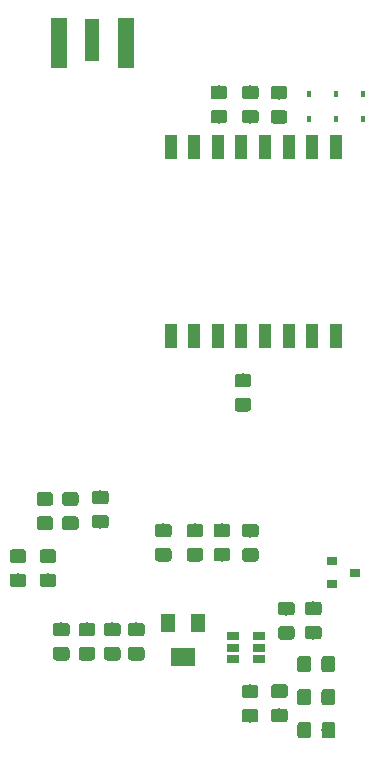
<source format=gbr>
G04 #@! TF.GenerationSoftware,KiCad,Pcbnew,(5.1.2)-2*
G04 #@! TF.CreationDate,2019-12-14T23:06:18+01:00*
G04 #@! TF.ProjectId,ttgot5,7474676f-7435-42e6-9b69-6361645f7063,rev?*
G04 #@! TF.SameCoordinates,Original*
G04 #@! TF.FileFunction,Paste,Bot*
G04 #@! TF.FilePolarity,Positive*
%FSLAX46Y46*%
G04 Gerber Fmt 4.6, Leading zero omitted, Abs format (unit mm)*
G04 Created by KiCad (PCBNEW (5.1.2)-2) date 2019-12-14 23:06:18*
%MOMM*%
%LPD*%
G04 APERTURE LIST*
%ADD10C,0.100000*%
%ADD11C,1.150000*%
%ADD12R,1.270000X3.600000*%
%ADD13R,1.350000X4.200000*%
%ADD14R,0.450000X0.600000*%
%ADD15R,0.900000X0.800000*%
%ADD16R,1.060000X0.650000*%
%ADD17R,1.000000X2.000000*%
%ADD18R,1.300000X1.600000*%
%ADD19R,2.000000X1.600000*%
G04 APERTURE END LIST*
D10*
G36*
X124321305Y-159384204D02*
G01*
X124345573Y-159387804D01*
X124369372Y-159393765D01*
X124392471Y-159402030D01*
X124414650Y-159412520D01*
X124435693Y-159425132D01*
X124455399Y-159439747D01*
X124473577Y-159456223D01*
X124490053Y-159474401D01*
X124504668Y-159494107D01*
X124517280Y-159515150D01*
X124527770Y-159537329D01*
X124536035Y-159560428D01*
X124541996Y-159584227D01*
X124545596Y-159608495D01*
X124546800Y-159632999D01*
X124546800Y-160283001D01*
X124545596Y-160307505D01*
X124541996Y-160331773D01*
X124536035Y-160355572D01*
X124527770Y-160378671D01*
X124517280Y-160400850D01*
X124504668Y-160421893D01*
X124490053Y-160441599D01*
X124473577Y-160459777D01*
X124455399Y-160476253D01*
X124435693Y-160490868D01*
X124414650Y-160503480D01*
X124392471Y-160513970D01*
X124369372Y-160522235D01*
X124345573Y-160528196D01*
X124321305Y-160531796D01*
X124296801Y-160533000D01*
X123396799Y-160533000D01*
X123372295Y-160531796D01*
X123348027Y-160528196D01*
X123324228Y-160522235D01*
X123301129Y-160513970D01*
X123278950Y-160503480D01*
X123257907Y-160490868D01*
X123238201Y-160476253D01*
X123220023Y-160459777D01*
X123203547Y-160441599D01*
X123188932Y-160421893D01*
X123176320Y-160400850D01*
X123165830Y-160378671D01*
X123157565Y-160355572D01*
X123151604Y-160331773D01*
X123148004Y-160307505D01*
X123146800Y-160283001D01*
X123146800Y-159632999D01*
X123148004Y-159608495D01*
X123151604Y-159584227D01*
X123157565Y-159560428D01*
X123165830Y-159537329D01*
X123176320Y-159515150D01*
X123188932Y-159494107D01*
X123203547Y-159474401D01*
X123220023Y-159456223D01*
X123238201Y-159439747D01*
X123257907Y-159425132D01*
X123278950Y-159412520D01*
X123301129Y-159402030D01*
X123324228Y-159393765D01*
X123348027Y-159387804D01*
X123372295Y-159384204D01*
X123396799Y-159383000D01*
X124296801Y-159383000D01*
X124321305Y-159384204D01*
X124321305Y-159384204D01*
G37*
D11*
X123846800Y-159958000D03*
D10*
G36*
X124321305Y-157334204D02*
G01*
X124345573Y-157337804D01*
X124369372Y-157343765D01*
X124392471Y-157352030D01*
X124414650Y-157362520D01*
X124435693Y-157375132D01*
X124455399Y-157389747D01*
X124473577Y-157406223D01*
X124490053Y-157424401D01*
X124504668Y-157444107D01*
X124517280Y-157465150D01*
X124527770Y-157487329D01*
X124536035Y-157510428D01*
X124541996Y-157534227D01*
X124545596Y-157558495D01*
X124546800Y-157582999D01*
X124546800Y-158233001D01*
X124545596Y-158257505D01*
X124541996Y-158281773D01*
X124536035Y-158305572D01*
X124527770Y-158328671D01*
X124517280Y-158350850D01*
X124504668Y-158371893D01*
X124490053Y-158391599D01*
X124473577Y-158409777D01*
X124455399Y-158426253D01*
X124435693Y-158440868D01*
X124414650Y-158453480D01*
X124392471Y-158463970D01*
X124369372Y-158472235D01*
X124345573Y-158478196D01*
X124321305Y-158481796D01*
X124296801Y-158483000D01*
X123396799Y-158483000D01*
X123372295Y-158481796D01*
X123348027Y-158478196D01*
X123324228Y-158472235D01*
X123301129Y-158463970D01*
X123278950Y-158453480D01*
X123257907Y-158440868D01*
X123238201Y-158426253D01*
X123220023Y-158409777D01*
X123203547Y-158391599D01*
X123188932Y-158371893D01*
X123176320Y-158350850D01*
X123165830Y-158328671D01*
X123157565Y-158305572D01*
X123151604Y-158281773D01*
X123148004Y-158257505D01*
X123146800Y-158233001D01*
X123146800Y-157582999D01*
X123148004Y-157558495D01*
X123151604Y-157534227D01*
X123157565Y-157510428D01*
X123165830Y-157487329D01*
X123176320Y-157465150D01*
X123188932Y-157444107D01*
X123203547Y-157424401D01*
X123220023Y-157406223D01*
X123238201Y-157389747D01*
X123257907Y-157375132D01*
X123278950Y-157362520D01*
X123301129Y-157352030D01*
X123324228Y-157343765D01*
X123348027Y-157337804D01*
X123372295Y-157334204D01*
X123396799Y-157333000D01*
X124296801Y-157333000D01*
X124321305Y-157334204D01*
X124321305Y-157334204D01*
G37*
D11*
X123846800Y-157908000D03*
D10*
G36*
X121832105Y-159417004D02*
G01*
X121856373Y-159420604D01*
X121880172Y-159426565D01*
X121903271Y-159434830D01*
X121925450Y-159445320D01*
X121946493Y-159457932D01*
X121966199Y-159472547D01*
X121984377Y-159489023D01*
X122000853Y-159507201D01*
X122015468Y-159526907D01*
X122028080Y-159547950D01*
X122038570Y-159570129D01*
X122046835Y-159593228D01*
X122052796Y-159617027D01*
X122056396Y-159641295D01*
X122057600Y-159665799D01*
X122057600Y-160315801D01*
X122056396Y-160340305D01*
X122052796Y-160364573D01*
X122046835Y-160388372D01*
X122038570Y-160411471D01*
X122028080Y-160433650D01*
X122015468Y-160454693D01*
X122000853Y-160474399D01*
X121984377Y-160492577D01*
X121966199Y-160509053D01*
X121946493Y-160523668D01*
X121925450Y-160536280D01*
X121903271Y-160546770D01*
X121880172Y-160555035D01*
X121856373Y-160560996D01*
X121832105Y-160564596D01*
X121807601Y-160565800D01*
X120907599Y-160565800D01*
X120883095Y-160564596D01*
X120858827Y-160560996D01*
X120835028Y-160555035D01*
X120811929Y-160546770D01*
X120789750Y-160536280D01*
X120768707Y-160523668D01*
X120749001Y-160509053D01*
X120730823Y-160492577D01*
X120714347Y-160474399D01*
X120699732Y-160454693D01*
X120687120Y-160433650D01*
X120676630Y-160411471D01*
X120668365Y-160388372D01*
X120662404Y-160364573D01*
X120658804Y-160340305D01*
X120657600Y-160315801D01*
X120657600Y-159665799D01*
X120658804Y-159641295D01*
X120662404Y-159617027D01*
X120668365Y-159593228D01*
X120676630Y-159570129D01*
X120687120Y-159547950D01*
X120699732Y-159526907D01*
X120714347Y-159507201D01*
X120730823Y-159489023D01*
X120749001Y-159472547D01*
X120768707Y-159457932D01*
X120789750Y-159445320D01*
X120811929Y-159434830D01*
X120835028Y-159426565D01*
X120858827Y-159420604D01*
X120883095Y-159417004D01*
X120907599Y-159415800D01*
X121807601Y-159415800D01*
X121832105Y-159417004D01*
X121832105Y-159417004D01*
G37*
D11*
X121357600Y-159990800D03*
D10*
G36*
X121832105Y-157367004D02*
G01*
X121856373Y-157370604D01*
X121880172Y-157376565D01*
X121903271Y-157384830D01*
X121925450Y-157395320D01*
X121946493Y-157407932D01*
X121966199Y-157422547D01*
X121984377Y-157439023D01*
X122000853Y-157457201D01*
X122015468Y-157476907D01*
X122028080Y-157497950D01*
X122038570Y-157520129D01*
X122046835Y-157543228D01*
X122052796Y-157567027D01*
X122056396Y-157591295D01*
X122057600Y-157615799D01*
X122057600Y-158265801D01*
X122056396Y-158290305D01*
X122052796Y-158314573D01*
X122046835Y-158338372D01*
X122038570Y-158361471D01*
X122028080Y-158383650D01*
X122015468Y-158404693D01*
X122000853Y-158424399D01*
X121984377Y-158442577D01*
X121966199Y-158459053D01*
X121946493Y-158473668D01*
X121925450Y-158486280D01*
X121903271Y-158496770D01*
X121880172Y-158505035D01*
X121856373Y-158510996D01*
X121832105Y-158514596D01*
X121807601Y-158515800D01*
X120907599Y-158515800D01*
X120883095Y-158514596D01*
X120858827Y-158510996D01*
X120835028Y-158505035D01*
X120811929Y-158496770D01*
X120789750Y-158486280D01*
X120768707Y-158473668D01*
X120749001Y-158459053D01*
X120730823Y-158442577D01*
X120714347Y-158424399D01*
X120699732Y-158404693D01*
X120687120Y-158383650D01*
X120676630Y-158361471D01*
X120668365Y-158338372D01*
X120662404Y-158314573D01*
X120658804Y-158290305D01*
X120657600Y-158265801D01*
X120657600Y-157615799D01*
X120658804Y-157591295D01*
X120662404Y-157567027D01*
X120668365Y-157543228D01*
X120676630Y-157520129D01*
X120687120Y-157497950D01*
X120699732Y-157476907D01*
X120714347Y-157457201D01*
X120730823Y-157439023D01*
X120749001Y-157422547D01*
X120768707Y-157407932D01*
X120789750Y-157395320D01*
X120811929Y-157384830D01*
X120835028Y-157376565D01*
X120858827Y-157370604D01*
X120883095Y-157367004D01*
X120907599Y-157365800D01*
X121807601Y-157365800D01*
X121832105Y-157367004D01*
X121832105Y-157367004D01*
G37*
D11*
X121357600Y-157940800D03*
D12*
X108000000Y-102800000D03*
D13*
X110825000Y-103000000D03*
X105175000Y-103000000D03*
D10*
G36*
X102172505Y-145904204D02*
G01*
X102196773Y-145907804D01*
X102220572Y-145913765D01*
X102243671Y-145922030D01*
X102265850Y-145932520D01*
X102286893Y-145945132D01*
X102306599Y-145959747D01*
X102324777Y-145976223D01*
X102341253Y-145994401D01*
X102355868Y-146014107D01*
X102368480Y-146035150D01*
X102378970Y-146057329D01*
X102387235Y-146080428D01*
X102393196Y-146104227D01*
X102396796Y-146128495D01*
X102398000Y-146152999D01*
X102398000Y-146803001D01*
X102396796Y-146827505D01*
X102393196Y-146851773D01*
X102387235Y-146875572D01*
X102378970Y-146898671D01*
X102368480Y-146920850D01*
X102355868Y-146941893D01*
X102341253Y-146961599D01*
X102324777Y-146979777D01*
X102306599Y-146996253D01*
X102286893Y-147010868D01*
X102265850Y-147023480D01*
X102243671Y-147033970D01*
X102220572Y-147042235D01*
X102196773Y-147048196D01*
X102172505Y-147051796D01*
X102148001Y-147053000D01*
X101247999Y-147053000D01*
X101223495Y-147051796D01*
X101199227Y-147048196D01*
X101175428Y-147042235D01*
X101152329Y-147033970D01*
X101130150Y-147023480D01*
X101109107Y-147010868D01*
X101089401Y-146996253D01*
X101071223Y-146979777D01*
X101054747Y-146961599D01*
X101040132Y-146941893D01*
X101027520Y-146920850D01*
X101017030Y-146898671D01*
X101008765Y-146875572D01*
X101002804Y-146851773D01*
X100999204Y-146827505D01*
X100998000Y-146803001D01*
X100998000Y-146152999D01*
X100999204Y-146128495D01*
X101002804Y-146104227D01*
X101008765Y-146080428D01*
X101017030Y-146057329D01*
X101027520Y-146035150D01*
X101040132Y-146014107D01*
X101054747Y-145994401D01*
X101071223Y-145976223D01*
X101089401Y-145959747D01*
X101109107Y-145945132D01*
X101130150Y-145932520D01*
X101152329Y-145922030D01*
X101175428Y-145913765D01*
X101199227Y-145907804D01*
X101223495Y-145904204D01*
X101247999Y-145903000D01*
X102148001Y-145903000D01*
X102172505Y-145904204D01*
X102172505Y-145904204D01*
G37*
D11*
X101698000Y-146478000D03*
D10*
G36*
X102172505Y-147954204D02*
G01*
X102196773Y-147957804D01*
X102220572Y-147963765D01*
X102243671Y-147972030D01*
X102265850Y-147982520D01*
X102286893Y-147995132D01*
X102306599Y-148009747D01*
X102324777Y-148026223D01*
X102341253Y-148044401D01*
X102355868Y-148064107D01*
X102368480Y-148085150D01*
X102378970Y-148107329D01*
X102387235Y-148130428D01*
X102393196Y-148154227D01*
X102396796Y-148178495D01*
X102398000Y-148202999D01*
X102398000Y-148853001D01*
X102396796Y-148877505D01*
X102393196Y-148901773D01*
X102387235Y-148925572D01*
X102378970Y-148948671D01*
X102368480Y-148970850D01*
X102355868Y-148991893D01*
X102341253Y-149011599D01*
X102324777Y-149029777D01*
X102306599Y-149046253D01*
X102286893Y-149060868D01*
X102265850Y-149073480D01*
X102243671Y-149083970D01*
X102220572Y-149092235D01*
X102196773Y-149098196D01*
X102172505Y-149101796D01*
X102148001Y-149103000D01*
X101247999Y-149103000D01*
X101223495Y-149101796D01*
X101199227Y-149098196D01*
X101175428Y-149092235D01*
X101152329Y-149083970D01*
X101130150Y-149073480D01*
X101109107Y-149060868D01*
X101089401Y-149046253D01*
X101071223Y-149029777D01*
X101054747Y-149011599D01*
X101040132Y-148991893D01*
X101027520Y-148970850D01*
X101017030Y-148948671D01*
X101008765Y-148925572D01*
X101002804Y-148901773D01*
X100999204Y-148877505D01*
X100998000Y-148853001D01*
X100998000Y-148202999D01*
X100999204Y-148178495D01*
X101002804Y-148154227D01*
X101008765Y-148130428D01*
X101017030Y-148107329D01*
X101027520Y-148085150D01*
X101040132Y-148064107D01*
X101054747Y-148044401D01*
X101071223Y-148026223D01*
X101089401Y-148009747D01*
X101109107Y-147995132D01*
X101130150Y-147982520D01*
X101152329Y-147972030D01*
X101175428Y-147963765D01*
X101199227Y-147957804D01*
X101223495Y-147954204D01*
X101247999Y-147953000D01*
X102148001Y-147953000D01*
X102172505Y-147954204D01*
X102172505Y-147954204D01*
G37*
D11*
X101698000Y-148528000D03*
D10*
G36*
X104458505Y-143119204D02*
G01*
X104482773Y-143122804D01*
X104506572Y-143128765D01*
X104529671Y-143137030D01*
X104551850Y-143147520D01*
X104572893Y-143160132D01*
X104592599Y-143174747D01*
X104610777Y-143191223D01*
X104627253Y-143209401D01*
X104641868Y-143229107D01*
X104654480Y-143250150D01*
X104664970Y-143272329D01*
X104673235Y-143295428D01*
X104679196Y-143319227D01*
X104682796Y-143343495D01*
X104684000Y-143367999D01*
X104684000Y-144018001D01*
X104682796Y-144042505D01*
X104679196Y-144066773D01*
X104673235Y-144090572D01*
X104664970Y-144113671D01*
X104654480Y-144135850D01*
X104641868Y-144156893D01*
X104627253Y-144176599D01*
X104610777Y-144194777D01*
X104592599Y-144211253D01*
X104572893Y-144225868D01*
X104551850Y-144238480D01*
X104529671Y-144248970D01*
X104506572Y-144257235D01*
X104482773Y-144263196D01*
X104458505Y-144266796D01*
X104434001Y-144268000D01*
X103533999Y-144268000D01*
X103509495Y-144266796D01*
X103485227Y-144263196D01*
X103461428Y-144257235D01*
X103438329Y-144248970D01*
X103416150Y-144238480D01*
X103395107Y-144225868D01*
X103375401Y-144211253D01*
X103357223Y-144194777D01*
X103340747Y-144176599D01*
X103326132Y-144156893D01*
X103313520Y-144135850D01*
X103303030Y-144113671D01*
X103294765Y-144090572D01*
X103288804Y-144066773D01*
X103285204Y-144042505D01*
X103284000Y-144018001D01*
X103284000Y-143367999D01*
X103285204Y-143343495D01*
X103288804Y-143319227D01*
X103294765Y-143295428D01*
X103303030Y-143272329D01*
X103313520Y-143250150D01*
X103326132Y-143229107D01*
X103340747Y-143209401D01*
X103357223Y-143191223D01*
X103375401Y-143174747D01*
X103395107Y-143160132D01*
X103416150Y-143147520D01*
X103438329Y-143137030D01*
X103461428Y-143128765D01*
X103485227Y-143122804D01*
X103509495Y-143119204D01*
X103533999Y-143118000D01*
X104434001Y-143118000D01*
X104458505Y-143119204D01*
X104458505Y-143119204D01*
G37*
D11*
X103984000Y-143693000D03*
D10*
G36*
X104458505Y-141069204D02*
G01*
X104482773Y-141072804D01*
X104506572Y-141078765D01*
X104529671Y-141087030D01*
X104551850Y-141097520D01*
X104572893Y-141110132D01*
X104592599Y-141124747D01*
X104610777Y-141141223D01*
X104627253Y-141159401D01*
X104641868Y-141179107D01*
X104654480Y-141200150D01*
X104664970Y-141222329D01*
X104673235Y-141245428D01*
X104679196Y-141269227D01*
X104682796Y-141293495D01*
X104684000Y-141317999D01*
X104684000Y-141968001D01*
X104682796Y-141992505D01*
X104679196Y-142016773D01*
X104673235Y-142040572D01*
X104664970Y-142063671D01*
X104654480Y-142085850D01*
X104641868Y-142106893D01*
X104627253Y-142126599D01*
X104610777Y-142144777D01*
X104592599Y-142161253D01*
X104572893Y-142175868D01*
X104551850Y-142188480D01*
X104529671Y-142198970D01*
X104506572Y-142207235D01*
X104482773Y-142213196D01*
X104458505Y-142216796D01*
X104434001Y-142218000D01*
X103533999Y-142218000D01*
X103509495Y-142216796D01*
X103485227Y-142213196D01*
X103461428Y-142207235D01*
X103438329Y-142198970D01*
X103416150Y-142188480D01*
X103395107Y-142175868D01*
X103375401Y-142161253D01*
X103357223Y-142144777D01*
X103340747Y-142126599D01*
X103326132Y-142106893D01*
X103313520Y-142085850D01*
X103303030Y-142063671D01*
X103294765Y-142040572D01*
X103288804Y-142016773D01*
X103285204Y-141992505D01*
X103284000Y-141968001D01*
X103284000Y-141317999D01*
X103285204Y-141293495D01*
X103288804Y-141269227D01*
X103294765Y-141245428D01*
X103303030Y-141222329D01*
X103313520Y-141200150D01*
X103326132Y-141179107D01*
X103340747Y-141159401D01*
X103357223Y-141141223D01*
X103375401Y-141124747D01*
X103395107Y-141110132D01*
X103416150Y-141097520D01*
X103438329Y-141087030D01*
X103461428Y-141078765D01*
X103485227Y-141072804D01*
X103509495Y-141069204D01*
X103533999Y-141068000D01*
X104434001Y-141068000D01*
X104458505Y-141069204D01*
X104458505Y-141069204D01*
G37*
D11*
X103984000Y-141643000D03*
D10*
G36*
X121222505Y-131036204D02*
G01*
X121246773Y-131039804D01*
X121270572Y-131045765D01*
X121293671Y-131054030D01*
X121315850Y-131064520D01*
X121336893Y-131077132D01*
X121356599Y-131091747D01*
X121374777Y-131108223D01*
X121391253Y-131126401D01*
X121405868Y-131146107D01*
X121418480Y-131167150D01*
X121428970Y-131189329D01*
X121437235Y-131212428D01*
X121443196Y-131236227D01*
X121446796Y-131260495D01*
X121448000Y-131284999D01*
X121448000Y-131935001D01*
X121446796Y-131959505D01*
X121443196Y-131983773D01*
X121437235Y-132007572D01*
X121428970Y-132030671D01*
X121418480Y-132052850D01*
X121405868Y-132073893D01*
X121391253Y-132093599D01*
X121374777Y-132111777D01*
X121356599Y-132128253D01*
X121336893Y-132142868D01*
X121315850Y-132155480D01*
X121293671Y-132165970D01*
X121270572Y-132174235D01*
X121246773Y-132180196D01*
X121222505Y-132183796D01*
X121198001Y-132185000D01*
X120297999Y-132185000D01*
X120273495Y-132183796D01*
X120249227Y-132180196D01*
X120225428Y-132174235D01*
X120202329Y-132165970D01*
X120180150Y-132155480D01*
X120159107Y-132142868D01*
X120139401Y-132128253D01*
X120121223Y-132111777D01*
X120104747Y-132093599D01*
X120090132Y-132073893D01*
X120077520Y-132052850D01*
X120067030Y-132030671D01*
X120058765Y-132007572D01*
X120052804Y-131983773D01*
X120049204Y-131959505D01*
X120048000Y-131935001D01*
X120048000Y-131284999D01*
X120049204Y-131260495D01*
X120052804Y-131236227D01*
X120058765Y-131212428D01*
X120067030Y-131189329D01*
X120077520Y-131167150D01*
X120090132Y-131146107D01*
X120104747Y-131126401D01*
X120121223Y-131108223D01*
X120139401Y-131091747D01*
X120159107Y-131077132D01*
X120180150Y-131064520D01*
X120202329Y-131054030D01*
X120225428Y-131045765D01*
X120249227Y-131039804D01*
X120273495Y-131036204D01*
X120297999Y-131035000D01*
X121198001Y-131035000D01*
X121222505Y-131036204D01*
X121222505Y-131036204D01*
G37*
D11*
X120748000Y-131610000D03*
D10*
G36*
X121222505Y-133086204D02*
G01*
X121246773Y-133089804D01*
X121270572Y-133095765D01*
X121293671Y-133104030D01*
X121315850Y-133114520D01*
X121336893Y-133127132D01*
X121356599Y-133141747D01*
X121374777Y-133158223D01*
X121391253Y-133176401D01*
X121405868Y-133196107D01*
X121418480Y-133217150D01*
X121428970Y-133239329D01*
X121437235Y-133262428D01*
X121443196Y-133286227D01*
X121446796Y-133310495D01*
X121448000Y-133334999D01*
X121448000Y-133985001D01*
X121446796Y-134009505D01*
X121443196Y-134033773D01*
X121437235Y-134057572D01*
X121428970Y-134080671D01*
X121418480Y-134102850D01*
X121405868Y-134123893D01*
X121391253Y-134143599D01*
X121374777Y-134161777D01*
X121356599Y-134178253D01*
X121336893Y-134192868D01*
X121315850Y-134205480D01*
X121293671Y-134215970D01*
X121270572Y-134224235D01*
X121246773Y-134230196D01*
X121222505Y-134233796D01*
X121198001Y-134235000D01*
X120297999Y-134235000D01*
X120273495Y-134233796D01*
X120249227Y-134230196D01*
X120225428Y-134224235D01*
X120202329Y-134215970D01*
X120180150Y-134205480D01*
X120159107Y-134192868D01*
X120139401Y-134178253D01*
X120121223Y-134161777D01*
X120104747Y-134143599D01*
X120090132Y-134123893D01*
X120077520Y-134102850D01*
X120067030Y-134080671D01*
X120058765Y-134057572D01*
X120052804Y-134033773D01*
X120049204Y-134009505D01*
X120048000Y-133985001D01*
X120048000Y-133334999D01*
X120049204Y-133310495D01*
X120052804Y-133286227D01*
X120058765Y-133262428D01*
X120067030Y-133239329D01*
X120077520Y-133217150D01*
X120090132Y-133196107D01*
X120104747Y-133176401D01*
X120121223Y-133158223D01*
X120139401Y-133141747D01*
X120159107Y-133127132D01*
X120180150Y-133114520D01*
X120202329Y-133104030D01*
X120225428Y-133095765D01*
X120249227Y-133089804D01*
X120273495Y-133086204D01*
X120297999Y-133085000D01*
X121198001Y-133085000D01*
X121222505Y-133086204D01*
X121222505Y-133086204D01*
G37*
D11*
X120748000Y-133660000D03*
D10*
G36*
X124270505Y-106661204D02*
G01*
X124294773Y-106664804D01*
X124318572Y-106670765D01*
X124341671Y-106679030D01*
X124363850Y-106689520D01*
X124384893Y-106702132D01*
X124404599Y-106716747D01*
X124422777Y-106733223D01*
X124439253Y-106751401D01*
X124453868Y-106771107D01*
X124466480Y-106792150D01*
X124476970Y-106814329D01*
X124485235Y-106837428D01*
X124491196Y-106861227D01*
X124494796Y-106885495D01*
X124496000Y-106909999D01*
X124496000Y-107560001D01*
X124494796Y-107584505D01*
X124491196Y-107608773D01*
X124485235Y-107632572D01*
X124476970Y-107655671D01*
X124466480Y-107677850D01*
X124453868Y-107698893D01*
X124439253Y-107718599D01*
X124422777Y-107736777D01*
X124404599Y-107753253D01*
X124384893Y-107767868D01*
X124363850Y-107780480D01*
X124341671Y-107790970D01*
X124318572Y-107799235D01*
X124294773Y-107805196D01*
X124270505Y-107808796D01*
X124246001Y-107810000D01*
X123345999Y-107810000D01*
X123321495Y-107808796D01*
X123297227Y-107805196D01*
X123273428Y-107799235D01*
X123250329Y-107790970D01*
X123228150Y-107780480D01*
X123207107Y-107767868D01*
X123187401Y-107753253D01*
X123169223Y-107736777D01*
X123152747Y-107718599D01*
X123138132Y-107698893D01*
X123125520Y-107677850D01*
X123115030Y-107655671D01*
X123106765Y-107632572D01*
X123100804Y-107608773D01*
X123097204Y-107584505D01*
X123096000Y-107560001D01*
X123096000Y-106909999D01*
X123097204Y-106885495D01*
X123100804Y-106861227D01*
X123106765Y-106837428D01*
X123115030Y-106814329D01*
X123125520Y-106792150D01*
X123138132Y-106771107D01*
X123152747Y-106751401D01*
X123169223Y-106733223D01*
X123187401Y-106716747D01*
X123207107Y-106702132D01*
X123228150Y-106689520D01*
X123250329Y-106679030D01*
X123273428Y-106670765D01*
X123297227Y-106664804D01*
X123321495Y-106661204D01*
X123345999Y-106660000D01*
X124246001Y-106660000D01*
X124270505Y-106661204D01*
X124270505Y-106661204D01*
G37*
D11*
X123796000Y-107235000D03*
D10*
G36*
X124270505Y-108711204D02*
G01*
X124294773Y-108714804D01*
X124318572Y-108720765D01*
X124341671Y-108729030D01*
X124363850Y-108739520D01*
X124384893Y-108752132D01*
X124404599Y-108766747D01*
X124422777Y-108783223D01*
X124439253Y-108801401D01*
X124453868Y-108821107D01*
X124466480Y-108842150D01*
X124476970Y-108864329D01*
X124485235Y-108887428D01*
X124491196Y-108911227D01*
X124494796Y-108935495D01*
X124496000Y-108959999D01*
X124496000Y-109610001D01*
X124494796Y-109634505D01*
X124491196Y-109658773D01*
X124485235Y-109682572D01*
X124476970Y-109705671D01*
X124466480Y-109727850D01*
X124453868Y-109748893D01*
X124439253Y-109768599D01*
X124422777Y-109786777D01*
X124404599Y-109803253D01*
X124384893Y-109817868D01*
X124363850Y-109830480D01*
X124341671Y-109840970D01*
X124318572Y-109849235D01*
X124294773Y-109855196D01*
X124270505Y-109858796D01*
X124246001Y-109860000D01*
X123345999Y-109860000D01*
X123321495Y-109858796D01*
X123297227Y-109855196D01*
X123273428Y-109849235D01*
X123250329Y-109840970D01*
X123228150Y-109830480D01*
X123207107Y-109817868D01*
X123187401Y-109803253D01*
X123169223Y-109786777D01*
X123152747Y-109768599D01*
X123138132Y-109748893D01*
X123125520Y-109727850D01*
X123115030Y-109705671D01*
X123106765Y-109682572D01*
X123100804Y-109658773D01*
X123097204Y-109634505D01*
X123096000Y-109610001D01*
X123096000Y-108959999D01*
X123097204Y-108935495D01*
X123100804Y-108911227D01*
X123106765Y-108887428D01*
X123115030Y-108864329D01*
X123125520Y-108842150D01*
X123138132Y-108821107D01*
X123152747Y-108801401D01*
X123169223Y-108783223D01*
X123187401Y-108766747D01*
X123207107Y-108752132D01*
X123228150Y-108739520D01*
X123250329Y-108729030D01*
X123273428Y-108720765D01*
X123297227Y-108714804D01*
X123321495Y-108711204D01*
X123345999Y-108710000D01*
X124246001Y-108710000D01*
X124270505Y-108711204D01*
X124270505Y-108711204D01*
G37*
D11*
X123796000Y-109285000D03*
D10*
G36*
X114491505Y-143736204D02*
G01*
X114515773Y-143739804D01*
X114539572Y-143745765D01*
X114562671Y-143754030D01*
X114584850Y-143764520D01*
X114605893Y-143777132D01*
X114625599Y-143791747D01*
X114643777Y-143808223D01*
X114660253Y-143826401D01*
X114674868Y-143846107D01*
X114687480Y-143867150D01*
X114697970Y-143889329D01*
X114706235Y-143912428D01*
X114712196Y-143936227D01*
X114715796Y-143960495D01*
X114717000Y-143984999D01*
X114717000Y-144635001D01*
X114715796Y-144659505D01*
X114712196Y-144683773D01*
X114706235Y-144707572D01*
X114697970Y-144730671D01*
X114687480Y-144752850D01*
X114674868Y-144773893D01*
X114660253Y-144793599D01*
X114643777Y-144811777D01*
X114625599Y-144828253D01*
X114605893Y-144842868D01*
X114584850Y-144855480D01*
X114562671Y-144865970D01*
X114539572Y-144874235D01*
X114515773Y-144880196D01*
X114491505Y-144883796D01*
X114467001Y-144885000D01*
X113566999Y-144885000D01*
X113542495Y-144883796D01*
X113518227Y-144880196D01*
X113494428Y-144874235D01*
X113471329Y-144865970D01*
X113449150Y-144855480D01*
X113428107Y-144842868D01*
X113408401Y-144828253D01*
X113390223Y-144811777D01*
X113373747Y-144793599D01*
X113359132Y-144773893D01*
X113346520Y-144752850D01*
X113336030Y-144730671D01*
X113327765Y-144707572D01*
X113321804Y-144683773D01*
X113318204Y-144659505D01*
X113317000Y-144635001D01*
X113317000Y-143984999D01*
X113318204Y-143960495D01*
X113321804Y-143936227D01*
X113327765Y-143912428D01*
X113336030Y-143889329D01*
X113346520Y-143867150D01*
X113359132Y-143846107D01*
X113373747Y-143826401D01*
X113390223Y-143808223D01*
X113408401Y-143791747D01*
X113428107Y-143777132D01*
X113449150Y-143764520D01*
X113471329Y-143754030D01*
X113494428Y-143745765D01*
X113518227Y-143739804D01*
X113542495Y-143736204D01*
X113566999Y-143735000D01*
X114467001Y-143735000D01*
X114491505Y-143736204D01*
X114491505Y-143736204D01*
G37*
D11*
X114017000Y-144310000D03*
D10*
G36*
X114491505Y-145786204D02*
G01*
X114515773Y-145789804D01*
X114539572Y-145795765D01*
X114562671Y-145804030D01*
X114584850Y-145814520D01*
X114605893Y-145827132D01*
X114625599Y-145841747D01*
X114643777Y-145858223D01*
X114660253Y-145876401D01*
X114674868Y-145896107D01*
X114687480Y-145917150D01*
X114697970Y-145939329D01*
X114706235Y-145962428D01*
X114712196Y-145986227D01*
X114715796Y-146010495D01*
X114717000Y-146034999D01*
X114717000Y-146685001D01*
X114715796Y-146709505D01*
X114712196Y-146733773D01*
X114706235Y-146757572D01*
X114697970Y-146780671D01*
X114687480Y-146802850D01*
X114674868Y-146823893D01*
X114660253Y-146843599D01*
X114643777Y-146861777D01*
X114625599Y-146878253D01*
X114605893Y-146892868D01*
X114584850Y-146905480D01*
X114562671Y-146915970D01*
X114539572Y-146924235D01*
X114515773Y-146930196D01*
X114491505Y-146933796D01*
X114467001Y-146935000D01*
X113566999Y-146935000D01*
X113542495Y-146933796D01*
X113518227Y-146930196D01*
X113494428Y-146924235D01*
X113471329Y-146915970D01*
X113449150Y-146905480D01*
X113428107Y-146892868D01*
X113408401Y-146878253D01*
X113390223Y-146861777D01*
X113373747Y-146843599D01*
X113359132Y-146823893D01*
X113346520Y-146802850D01*
X113336030Y-146780671D01*
X113327765Y-146757572D01*
X113321804Y-146733773D01*
X113318204Y-146709505D01*
X113317000Y-146685001D01*
X113317000Y-146034999D01*
X113318204Y-146010495D01*
X113321804Y-145986227D01*
X113327765Y-145962428D01*
X113336030Y-145939329D01*
X113346520Y-145917150D01*
X113359132Y-145896107D01*
X113373747Y-145876401D01*
X113390223Y-145858223D01*
X113408401Y-145841747D01*
X113428107Y-145827132D01*
X113449150Y-145814520D01*
X113471329Y-145804030D01*
X113494428Y-145795765D01*
X113518227Y-145789804D01*
X113542495Y-145786204D01*
X113566999Y-145785000D01*
X114467001Y-145785000D01*
X114491505Y-145786204D01*
X114491505Y-145786204D01*
G37*
D11*
X114017000Y-146360000D03*
D10*
G36*
X126286505Y-157717204D02*
G01*
X126310773Y-157720804D01*
X126334572Y-157726765D01*
X126357671Y-157735030D01*
X126379850Y-157745520D01*
X126400893Y-157758132D01*
X126420599Y-157772747D01*
X126438777Y-157789223D01*
X126455253Y-157807401D01*
X126469868Y-157827107D01*
X126482480Y-157848150D01*
X126492970Y-157870329D01*
X126501235Y-157893428D01*
X126507196Y-157917227D01*
X126510796Y-157941495D01*
X126512000Y-157965999D01*
X126512000Y-158866001D01*
X126510796Y-158890505D01*
X126507196Y-158914773D01*
X126501235Y-158938572D01*
X126492970Y-158961671D01*
X126482480Y-158983850D01*
X126469868Y-159004893D01*
X126455253Y-159024599D01*
X126438777Y-159042777D01*
X126420599Y-159059253D01*
X126400893Y-159073868D01*
X126379850Y-159086480D01*
X126357671Y-159096970D01*
X126334572Y-159105235D01*
X126310773Y-159111196D01*
X126286505Y-159114796D01*
X126262001Y-159116000D01*
X125611999Y-159116000D01*
X125587495Y-159114796D01*
X125563227Y-159111196D01*
X125539428Y-159105235D01*
X125516329Y-159096970D01*
X125494150Y-159086480D01*
X125473107Y-159073868D01*
X125453401Y-159059253D01*
X125435223Y-159042777D01*
X125418747Y-159024599D01*
X125404132Y-159004893D01*
X125391520Y-158983850D01*
X125381030Y-158961671D01*
X125372765Y-158938572D01*
X125366804Y-158914773D01*
X125363204Y-158890505D01*
X125362000Y-158866001D01*
X125362000Y-157965999D01*
X125363204Y-157941495D01*
X125366804Y-157917227D01*
X125372765Y-157893428D01*
X125381030Y-157870329D01*
X125391520Y-157848150D01*
X125404132Y-157827107D01*
X125418747Y-157807401D01*
X125435223Y-157789223D01*
X125453401Y-157772747D01*
X125473107Y-157758132D01*
X125494150Y-157745520D01*
X125516329Y-157735030D01*
X125539428Y-157726765D01*
X125563227Y-157720804D01*
X125587495Y-157717204D01*
X125611999Y-157716000D01*
X126262001Y-157716000D01*
X126286505Y-157717204D01*
X126286505Y-157717204D01*
G37*
D11*
X125937000Y-158416000D03*
D10*
G36*
X128336505Y-157717204D02*
G01*
X128360773Y-157720804D01*
X128384572Y-157726765D01*
X128407671Y-157735030D01*
X128429850Y-157745520D01*
X128450893Y-157758132D01*
X128470599Y-157772747D01*
X128488777Y-157789223D01*
X128505253Y-157807401D01*
X128519868Y-157827107D01*
X128532480Y-157848150D01*
X128542970Y-157870329D01*
X128551235Y-157893428D01*
X128557196Y-157917227D01*
X128560796Y-157941495D01*
X128562000Y-157965999D01*
X128562000Y-158866001D01*
X128560796Y-158890505D01*
X128557196Y-158914773D01*
X128551235Y-158938572D01*
X128542970Y-158961671D01*
X128532480Y-158983850D01*
X128519868Y-159004893D01*
X128505253Y-159024599D01*
X128488777Y-159042777D01*
X128470599Y-159059253D01*
X128450893Y-159073868D01*
X128429850Y-159086480D01*
X128407671Y-159096970D01*
X128384572Y-159105235D01*
X128360773Y-159111196D01*
X128336505Y-159114796D01*
X128312001Y-159116000D01*
X127661999Y-159116000D01*
X127637495Y-159114796D01*
X127613227Y-159111196D01*
X127589428Y-159105235D01*
X127566329Y-159096970D01*
X127544150Y-159086480D01*
X127523107Y-159073868D01*
X127503401Y-159059253D01*
X127485223Y-159042777D01*
X127468747Y-159024599D01*
X127454132Y-159004893D01*
X127441520Y-158983850D01*
X127431030Y-158961671D01*
X127422765Y-158938572D01*
X127416804Y-158914773D01*
X127413204Y-158890505D01*
X127412000Y-158866001D01*
X127412000Y-157965999D01*
X127413204Y-157941495D01*
X127416804Y-157917227D01*
X127422765Y-157893428D01*
X127431030Y-157870329D01*
X127441520Y-157848150D01*
X127454132Y-157827107D01*
X127468747Y-157807401D01*
X127485223Y-157789223D01*
X127503401Y-157772747D01*
X127523107Y-157758132D01*
X127544150Y-157745520D01*
X127566329Y-157735030D01*
X127589428Y-157726765D01*
X127613227Y-157720804D01*
X127637495Y-157717204D01*
X127661999Y-157716000D01*
X128312001Y-157716000D01*
X128336505Y-157717204D01*
X128336505Y-157717204D01*
G37*
D11*
X127987000Y-158416000D03*
D10*
G36*
X121857505Y-108693204D02*
G01*
X121881773Y-108696804D01*
X121905572Y-108702765D01*
X121928671Y-108711030D01*
X121950850Y-108721520D01*
X121971893Y-108734132D01*
X121991599Y-108748747D01*
X122009777Y-108765223D01*
X122026253Y-108783401D01*
X122040868Y-108803107D01*
X122053480Y-108824150D01*
X122063970Y-108846329D01*
X122072235Y-108869428D01*
X122078196Y-108893227D01*
X122081796Y-108917495D01*
X122083000Y-108941999D01*
X122083000Y-109592001D01*
X122081796Y-109616505D01*
X122078196Y-109640773D01*
X122072235Y-109664572D01*
X122063970Y-109687671D01*
X122053480Y-109709850D01*
X122040868Y-109730893D01*
X122026253Y-109750599D01*
X122009777Y-109768777D01*
X121991599Y-109785253D01*
X121971893Y-109799868D01*
X121950850Y-109812480D01*
X121928671Y-109822970D01*
X121905572Y-109831235D01*
X121881773Y-109837196D01*
X121857505Y-109840796D01*
X121833001Y-109842000D01*
X120932999Y-109842000D01*
X120908495Y-109840796D01*
X120884227Y-109837196D01*
X120860428Y-109831235D01*
X120837329Y-109822970D01*
X120815150Y-109812480D01*
X120794107Y-109799868D01*
X120774401Y-109785253D01*
X120756223Y-109768777D01*
X120739747Y-109750599D01*
X120725132Y-109730893D01*
X120712520Y-109709850D01*
X120702030Y-109687671D01*
X120693765Y-109664572D01*
X120687804Y-109640773D01*
X120684204Y-109616505D01*
X120683000Y-109592001D01*
X120683000Y-108941999D01*
X120684204Y-108917495D01*
X120687804Y-108893227D01*
X120693765Y-108869428D01*
X120702030Y-108846329D01*
X120712520Y-108824150D01*
X120725132Y-108803107D01*
X120739747Y-108783401D01*
X120756223Y-108765223D01*
X120774401Y-108748747D01*
X120794107Y-108734132D01*
X120815150Y-108721520D01*
X120837329Y-108711030D01*
X120860428Y-108702765D01*
X120884227Y-108696804D01*
X120908495Y-108693204D01*
X120932999Y-108692000D01*
X121833001Y-108692000D01*
X121857505Y-108693204D01*
X121857505Y-108693204D01*
G37*
D11*
X121383000Y-109267000D03*
D10*
G36*
X121857505Y-106643204D02*
G01*
X121881773Y-106646804D01*
X121905572Y-106652765D01*
X121928671Y-106661030D01*
X121950850Y-106671520D01*
X121971893Y-106684132D01*
X121991599Y-106698747D01*
X122009777Y-106715223D01*
X122026253Y-106733401D01*
X122040868Y-106753107D01*
X122053480Y-106774150D01*
X122063970Y-106796329D01*
X122072235Y-106819428D01*
X122078196Y-106843227D01*
X122081796Y-106867495D01*
X122083000Y-106891999D01*
X122083000Y-107542001D01*
X122081796Y-107566505D01*
X122078196Y-107590773D01*
X122072235Y-107614572D01*
X122063970Y-107637671D01*
X122053480Y-107659850D01*
X122040868Y-107680893D01*
X122026253Y-107700599D01*
X122009777Y-107718777D01*
X121991599Y-107735253D01*
X121971893Y-107749868D01*
X121950850Y-107762480D01*
X121928671Y-107772970D01*
X121905572Y-107781235D01*
X121881773Y-107787196D01*
X121857505Y-107790796D01*
X121833001Y-107792000D01*
X120932999Y-107792000D01*
X120908495Y-107790796D01*
X120884227Y-107787196D01*
X120860428Y-107781235D01*
X120837329Y-107772970D01*
X120815150Y-107762480D01*
X120794107Y-107749868D01*
X120774401Y-107735253D01*
X120756223Y-107718777D01*
X120739747Y-107700599D01*
X120725132Y-107680893D01*
X120712520Y-107659850D01*
X120702030Y-107637671D01*
X120693765Y-107614572D01*
X120687804Y-107590773D01*
X120684204Y-107566505D01*
X120683000Y-107542001D01*
X120683000Y-106891999D01*
X120684204Y-106867495D01*
X120687804Y-106843227D01*
X120693765Y-106819428D01*
X120702030Y-106796329D01*
X120712520Y-106774150D01*
X120725132Y-106753107D01*
X120739747Y-106733401D01*
X120756223Y-106715223D01*
X120774401Y-106698747D01*
X120794107Y-106684132D01*
X120815150Y-106671520D01*
X120837329Y-106661030D01*
X120860428Y-106652765D01*
X120884227Y-106646804D01*
X120908495Y-106643204D01*
X120932999Y-106642000D01*
X121833001Y-106642000D01*
X121857505Y-106643204D01*
X121857505Y-106643204D01*
G37*
D11*
X121383000Y-107217000D03*
D14*
X130908000Y-109428000D03*
X130908000Y-107328000D03*
X128622000Y-107328000D03*
X128622000Y-109428000D03*
X126336000Y-109428000D03*
X126336000Y-107328000D03*
D15*
X128273000Y-148825000D03*
X128273000Y-146925000D03*
X130273000Y-147875000D03*
D10*
G36*
X112205505Y-152118204D02*
G01*
X112229773Y-152121804D01*
X112253572Y-152127765D01*
X112276671Y-152136030D01*
X112298850Y-152146520D01*
X112319893Y-152159132D01*
X112339599Y-152173747D01*
X112357777Y-152190223D01*
X112374253Y-152208401D01*
X112388868Y-152228107D01*
X112401480Y-152249150D01*
X112411970Y-152271329D01*
X112420235Y-152294428D01*
X112426196Y-152318227D01*
X112429796Y-152342495D01*
X112431000Y-152366999D01*
X112431000Y-153017001D01*
X112429796Y-153041505D01*
X112426196Y-153065773D01*
X112420235Y-153089572D01*
X112411970Y-153112671D01*
X112401480Y-153134850D01*
X112388868Y-153155893D01*
X112374253Y-153175599D01*
X112357777Y-153193777D01*
X112339599Y-153210253D01*
X112319893Y-153224868D01*
X112298850Y-153237480D01*
X112276671Y-153247970D01*
X112253572Y-153256235D01*
X112229773Y-153262196D01*
X112205505Y-153265796D01*
X112181001Y-153267000D01*
X111280999Y-153267000D01*
X111256495Y-153265796D01*
X111232227Y-153262196D01*
X111208428Y-153256235D01*
X111185329Y-153247970D01*
X111163150Y-153237480D01*
X111142107Y-153224868D01*
X111122401Y-153210253D01*
X111104223Y-153193777D01*
X111087747Y-153175599D01*
X111073132Y-153155893D01*
X111060520Y-153134850D01*
X111050030Y-153112671D01*
X111041765Y-153089572D01*
X111035804Y-153065773D01*
X111032204Y-153041505D01*
X111031000Y-153017001D01*
X111031000Y-152366999D01*
X111032204Y-152342495D01*
X111035804Y-152318227D01*
X111041765Y-152294428D01*
X111050030Y-152271329D01*
X111060520Y-152249150D01*
X111073132Y-152228107D01*
X111087747Y-152208401D01*
X111104223Y-152190223D01*
X111122401Y-152173747D01*
X111142107Y-152159132D01*
X111163150Y-152146520D01*
X111185329Y-152136030D01*
X111208428Y-152127765D01*
X111232227Y-152121804D01*
X111256495Y-152118204D01*
X111280999Y-152117000D01*
X112181001Y-152117000D01*
X112205505Y-152118204D01*
X112205505Y-152118204D01*
G37*
D11*
X111731000Y-152692000D03*
D10*
G36*
X112205505Y-154168204D02*
G01*
X112229773Y-154171804D01*
X112253572Y-154177765D01*
X112276671Y-154186030D01*
X112298850Y-154196520D01*
X112319893Y-154209132D01*
X112339599Y-154223747D01*
X112357777Y-154240223D01*
X112374253Y-154258401D01*
X112388868Y-154278107D01*
X112401480Y-154299150D01*
X112411970Y-154321329D01*
X112420235Y-154344428D01*
X112426196Y-154368227D01*
X112429796Y-154392495D01*
X112431000Y-154416999D01*
X112431000Y-155067001D01*
X112429796Y-155091505D01*
X112426196Y-155115773D01*
X112420235Y-155139572D01*
X112411970Y-155162671D01*
X112401480Y-155184850D01*
X112388868Y-155205893D01*
X112374253Y-155225599D01*
X112357777Y-155243777D01*
X112339599Y-155260253D01*
X112319893Y-155274868D01*
X112298850Y-155287480D01*
X112276671Y-155297970D01*
X112253572Y-155306235D01*
X112229773Y-155312196D01*
X112205505Y-155315796D01*
X112181001Y-155317000D01*
X111280999Y-155317000D01*
X111256495Y-155315796D01*
X111232227Y-155312196D01*
X111208428Y-155306235D01*
X111185329Y-155297970D01*
X111163150Y-155287480D01*
X111142107Y-155274868D01*
X111122401Y-155260253D01*
X111104223Y-155243777D01*
X111087747Y-155225599D01*
X111073132Y-155205893D01*
X111060520Y-155184850D01*
X111050030Y-155162671D01*
X111041765Y-155139572D01*
X111035804Y-155115773D01*
X111032204Y-155091505D01*
X111031000Y-155067001D01*
X111031000Y-154416999D01*
X111032204Y-154392495D01*
X111035804Y-154368227D01*
X111041765Y-154344428D01*
X111050030Y-154321329D01*
X111060520Y-154299150D01*
X111073132Y-154278107D01*
X111087747Y-154258401D01*
X111104223Y-154240223D01*
X111122401Y-154223747D01*
X111142107Y-154209132D01*
X111163150Y-154196520D01*
X111185329Y-154186030D01*
X111208428Y-154177765D01*
X111232227Y-154171804D01*
X111256495Y-154168204D01*
X111280999Y-154167000D01*
X112181001Y-154167000D01*
X112205505Y-154168204D01*
X112205505Y-154168204D01*
G37*
D11*
X111731000Y-154742000D03*
D10*
G36*
X126286505Y-154923204D02*
G01*
X126310773Y-154926804D01*
X126334572Y-154932765D01*
X126357671Y-154941030D01*
X126379850Y-154951520D01*
X126400893Y-154964132D01*
X126420599Y-154978747D01*
X126438777Y-154995223D01*
X126455253Y-155013401D01*
X126469868Y-155033107D01*
X126482480Y-155054150D01*
X126492970Y-155076329D01*
X126501235Y-155099428D01*
X126507196Y-155123227D01*
X126510796Y-155147495D01*
X126512000Y-155171999D01*
X126512000Y-156072001D01*
X126510796Y-156096505D01*
X126507196Y-156120773D01*
X126501235Y-156144572D01*
X126492970Y-156167671D01*
X126482480Y-156189850D01*
X126469868Y-156210893D01*
X126455253Y-156230599D01*
X126438777Y-156248777D01*
X126420599Y-156265253D01*
X126400893Y-156279868D01*
X126379850Y-156292480D01*
X126357671Y-156302970D01*
X126334572Y-156311235D01*
X126310773Y-156317196D01*
X126286505Y-156320796D01*
X126262001Y-156322000D01*
X125611999Y-156322000D01*
X125587495Y-156320796D01*
X125563227Y-156317196D01*
X125539428Y-156311235D01*
X125516329Y-156302970D01*
X125494150Y-156292480D01*
X125473107Y-156279868D01*
X125453401Y-156265253D01*
X125435223Y-156248777D01*
X125418747Y-156230599D01*
X125404132Y-156210893D01*
X125391520Y-156189850D01*
X125381030Y-156167671D01*
X125372765Y-156144572D01*
X125366804Y-156120773D01*
X125363204Y-156096505D01*
X125362000Y-156072001D01*
X125362000Y-155171999D01*
X125363204Y-155147495D01*
X125366804Y-155123227D01*
X125372765Y-155099428D01*
X125381030Y-155076329D01*
X125391520Y-155054150D01*
X125404132Y-155033107D01*
X125418747Y-155013401D01*
X125435223Y-154995223D01*
X125453401Y-154978747D01*
X125473107Y-154964132D01*
X125494150Y-154951520D01*
X125516329Y-154941030D01*
X125539428Y-154932765D01*
X125563227Y-154926804D01*
X125587495Y-154923204D01*
X125611999Y-154922000D01*
X126262001Y-154922000D01*
X126286505Y-154923204D01*
X126286505Y-154923204D01*
G37*
D11*
X125937000Y-155622000D03*
D10*
G36*
X128336505Y-154923204D02*
G01*
X128360773Y-154926804D01*
X128384572Y-154932765D01*
X128407671Y-154941030D01*
X128429850Y-154951520D01*
X128450893Y-154964132D01*
X128470599Y-154978747D01*
X128488777Y-154995223D01*
X128505253Y-155013401D01*
X128519868Y-155033107D01*
X128532480Y-155054150D01*
X128542970Y-155076329D01*
X128551235Y-155099428D01*
X128557196Y-155123227D01*
X128560796Y-155147495D01*
X128562000Y-155171999D01*
X128562000Y-156072001D01*
X128560796Y-156096505D01*
X128557196Y-156120773D01*
X128551235Y-156144572D01*
X128542970Y-156167671D01*
X128532480Y-156189850D01*
X128519868Y-156210893D01*
X128505253Y-156230599D01*
X128488777Y-156248777D01*
X128470599Y-156265253D01*
X128450893Y-156279868D01*
X128429850Y-156292480D01*
X128407671Y-156302970D01*
X128384572Y-156311235D01*
X128360773Y-156317196D01*
X128336505Y-156320796D01*
X128312001Y-156322000D01*
X127661999Y-156322000D01*
X127637495Y-156320796D01*
X127613227Y-156317196D01*
X127589428Y-156311235D01*
X127566329Y-156302970D01*
X127544150Y-156292480D01*
X127523107Y-156279868D01*
X127503401Y-156265253D01*
X127485223Y-156248777D01*
X127468747Y-156230599D01*
X127454132Y-156210893D01*
X127441520Y-156189850D01*
X127431030Y-156167671D01*
X127422765Y-156144572D01*
X127416804Y-156120773D01*
X127413204Y-156096505D01*
X127412000Y-156072001D01*
X127412000Y-155171999D01*
X127413204Y-155147495D01*
X127416804Y-155123227D01*
X127422765Y-155099428D01*
X127431030Y-155076329D01*
X127441520Y-155054150D01*
X127454132Y-155033107D01*
X127468747Y-155013401D01*
X127485223Y-154995223D01*
X127503401Y-154978747D01*
X127523107Y-154964132D01*
X127544150Y-154951520D01*
X127566329Y-154941030D01*
X127589428Y-154932765D01*
X127613227Y-154926804D01*
X127637495Y-154923204D01*
X127661999Y-154922000D01*
X128312001Y-154922000D01*
X128336505Y-154923204D01*
X128336505Y-154923204D01*
G37*
D11*
X127987000Y-155622000D03*
D10*
G36*
X110173505Y-154168204D02*
G01*
X110197773Y-154171804D01*
X110221572Y-154177765D01*
X110244671Y-154186030D01*
X110266850Y-154196520D01*
X110287893Y-154209132D01*
X110307599Y-154223747D01*
X110325777Y-154240223D01*
X110342253Y-154258401D01*
X110356868Y-154278107D01*
X110369480Y-154299150D01*
X110379970Y-154321329D01*
X110388235Y-154344428D01*
X110394196Y-154368227D01*
X110397796Y-154392495D01*
X110399000Y-154416999D01*
X110399000Y-155067001D01*
X110397796Y-155091505D01*
X110394196Y-155115773D01*
X110388235Y-155139572D01*
X110379970Y-155162671D01*
X110369480Y-155184850D01*
X110356868Y-155205893D01*
X110342253Y-155225599D01*
X110325777Y-155243777D01*
X110307599Y-155260253D01*
X110287893Y-155274868D01*
X110266850Y-155287480D01*
X110244671Y-155297970D01*
X110221572Y-155306235D01*
X110197773Y-155312196D01*
X110173505Y-155315796D01*
X110149001Y-155317000D01*
X109248999Y-155317000D01*
X109224495Y-155315796D01*
X109200227Y-155312196D01*
X109176428Y-155306235D01*
X109153329Y-155297970D01*
X109131150Y-155287480D01*
X109110107Y-155274868D01*
X109090401Y-155260253D01*
X109072223Y-155243777D01*
X109055747Y-155225599D01*
X109041132Y-155205893D01*
X109028520Y-155184850D01*
X109018030Y-155162671D01*
X109009765Y-155139572D01*
X109003804Y-155115773D01*
X109000204Y-155091505D01*
X108999000Y-155067001D01*
X108999000Y-154416999D01*
X109000204Y-154392495D01*
X109003804Y-154368227D01*
X109009765Y-154344428D01*
X109018030Y-154321329D01*
X109028520Y-154299150D01*
X109041132Y-154278107D01*
X109055747Y-154258401D01*
X109072223Y-154240223D01*
X109090401Y-154223747D01*
X109110107Y-154209132D01*
X109131150Y-154196520D01*
X109153329Y-154186030D01*
X109176428Y-154177765D01*
X109200227Y-154171804D01*
X109224495Y-154168204D01*
X109248999Y-154167000D01*
X110149001Y-154167000D01*
X110173505Y-154168204D01*
X110173505Y-154168204D01*
G37*
D11*
X109699000Y-154742000D03*
D10*
G36*
X110173505Y-152118204D02*
G01*
X110197773Y-152121804D01*
X110221572Y-152127765D01*
X110244671Y-152136030D01*
X110266850Y-152146520D01*
X110287893Y-152159132D01*
X110307599Y-152173747D01*
X110325777Y-152190223D01*
X110342253Y-152208401D01*
X110356868Y-152228107D01*
X110369480Y-152249150D01*
X110379970Y-152271329D01*
X110388235Y-152294428D01*
X110394196Y-152318227D01*
X110397796Y-152342495D01*
X110399000Y-152366999D01*
X110399000Y-153017001D01*
X110397796Y-153041505D01*
X110394196Y-153065773D01*
X110388235Y-153089572D01*
X110379970Y-153112671D01*
X110369480Y-153134850D01*
X110356868Y-153155893D01*
X110342253Y-153175599D01*
X110325777Y-153193777D01*
X110307599Y-153210253D01*
X110287893Y-153224868D01*
X110266850Y-153237480D01*
X110244671Y-153247970D01*
X110221572Y-153256235D01*
X110197773Y-153262196D01*
X110173505Y-153265796D01*
X110149001Y-153267000D01*
X109248999Y-153267000D01*
X109224495Y-153265796D01*
X109200227Y-153262196D01*
X109176428Y-153256235D01*
X109153329Y-153247970D01*
X109131150Y-153237480D01*
X109110107Y-153224868D01*
X109090401Y-153210253D01*
X109072223Y-153193777D01*
X109055747Y-153175599D01*
X109041132Y-153155893D01*
X109028520Y-153134850D01*
X109018030Y-153112671D01*
X109009765Y-153089572D01*
X109003804Y-153065773D01*
X109000204Y-153041505D01*
X108999000Y-153017001D01*
X108999000Y-152366999D01*
X109000204Y-152342495D01*
X109003804Y-152318227D01*
X109009765Y-152294428D01*
X109018030Y-152271329D01*
X109028520Y-152249150D01*
X109041132Y-152228107D01*
X109055747Y-152208401D01*
X109072223Y-152190223D01*
X109090401Y-152173747D01*
X109110107Y-152159132D01*
X109131150Y-152146520D01*
X109153329Y-152136030D01*
X109176428Y-152127765D01*
X109200227Y-152121804D01*
X109224495Y-152118204D01*
X109248999Y-152117000D01*
X110149001Y-152117000D01*
X110173505Y-152118204D01*
X110173505Y-152118204D01*
G37*
D11*
X109699000Y-152692000D03*
D10*
G36*
X121857505Y-143745204D02*
G01*
X121881773Y-143748804D01*
X121905572Y-143754765D01*
X121928671Y-143763030D01*
X121950850Y-143773520D01*
X121971893Y-143786132D01*
X121991599Y-143800747D01*
X122009777Y-143817223D01*
X122026253Y-143835401D01*
X122040868Y-143855107D01*
X122053480Y-143876150D01*
X122063970Y-143898329D01*
X122072235Y-143921428D01*
X122078196Y-143945227D01*
X122081796Y-143969495D01*
X122083000Y-143993999D01*
X122083000Y-144644001D01*
X122081796Y-144668505D01*
X122078196Y-144692773D01*
X122072235Y-144716572D01*
X122063970Y-144739671D01*
X122053480Y-144761850D01*
X122040868Y-144782893D01*
X122026253Y-144802599D01*
X122009777Y-144820777D01*
X121991599Y-144837253D01*
X121971893Y-144851868D01*
X121950850Y-144864480D01*
X121928671Y-144874970D01*
X121905572Y-144883235D01*
X121881773Y-144889196D01*
X121857505Y-144892796D01*
X121833001Y-144894000D01*
X120932999Y-144894000D01*
X120908495Y-144892796D01*
X120884227Y-144889196D01*
X120860428Y-144883235D01*
X120837329Y-144874970D01*
X120815150Y-144864480D01*
X120794107Y-144851868D01*
X120774401Y-144837253D01*
X120756223Y-144820777D01*
X120739747Y-144802599D01*
X120725132Y-144782893D01*
X120712520Y-144761850D01*
X120702030Y-144739671D01*
X120693765Y-144716572D01*
X120687804Y-144692773D01*
X120684204Y-144668505D01*
X120683000Y-144644001D01*
X120683000Y-143993999D01*
X120684204Y-143969495D01*
X120687804Y-143945227D01*
X120693765Y-143921428D01*
X120702030Y-143898329D01*
X120712520Y-143876150D01*
X120725132Y-143855107D01*
X120739747Y-143835401D01*
X120756223Y-143817223D01*
X120774401Y-143800747D01*
X120794107Y-143786132D01*
X120815150Y-143773520D01*
X120837329Y-143763030D01*
X120860428Y-143754765D01*
X120884227Y-143748804D01*
X120908495Y-143745204D01*
X120932999Y-143744000D01*
X121833001Y-143744000D01*
X121857505Y-143745204D01*
X121857505Y-143745204D01*
G37*
D11*
X121383000Y-144319000D03*
D10*
G36*
X121857505Y-145795204D02*
G01*
X121881773Y-145798804D01*
X121905572Y-145804765D01*
X121928671Y-145813030D01*
X121950850Y-145823520D01*
X121971893Y-145836132D01*
X121991599Y-145850747D01*
X122009777Y-145867223D01*
X122026253Y-145885401D01*
X122040868Y-145905107D01*
X122053480Y-145926150D01*
X122063970Y-145948329D01*
X122072235Y-145971428D01*
X122078196Y-145995227D01*
X122081796Y-146019495D01*
X122083000Y-146043999D01*
X122083000Y-146694001D01*
X122081796Y-146718505D01*
X122078196Y-146742773D01*
X122072235Y-146766572D01*
X122063970Y-146789671D01*
X122053480Y-146811850D01*
X122040868Y-146832893D01*
X122026253Y-146852599D01*
X122009777Y-146870777D01*
X121991599Y-146887253D01*
X121971893Y-146901868D01*
X121950850Y-146914480D01*
X121928671Y-146924970D01*
X121905572Y-146933235D01*
X121881773Y-146939196D01*
X121857505Y-146942796D01*
X121833001Y-146944000D01*
X120932999Y-146944000D01*
X120908495Y-146942796D01*
X120884227Y-146939196D01*
X120860428Y-146933235D01*
X120837329Y-146924970D01*
X120815150Y-146914480D01*
X120794107Y-146901868D01*
X120774401Y-146887253D01*
X120756223Y-146870777D01*
X120739747Y-146852599D01*
X120725132Y-146832893D01*
X120712520Y-146811850D01*
X120702030Y-146789671D01*
X120693765Y-146766572D01*
X120687804Y-146742773D01*
X120684204Y-146718505D01*
X120683000Y-146694001D01*
X120683000Y-146043999D01*
X120684204Y-146019495D01*
X120687804Y-145995227D01*
X120693765Y-145971428D01*
X120702030Y-145948329D01*
X120712520Y-145926150D01*
X120725132Y-145905107D01*
X120739747Y-145885401D01*
X120756223Y-145867223D01*
X120774401Y-145850747D01*
X120794107Y-145836132D01*
X120815150Y-145823520D01*
X120837329Y-145813030D01*
X120860428Y-145804765D01*
X120884227Y-145798804D01*
X120908495Y-145795204D01*
X120932999Y-145794000D01*
X121833001Y-145794000D01*
X121857505Y-145795204D01*
X121857505Y-145795204D01*
G37*
D11*
X121383000Y-146369000D03*
D10*
G36*
X119444505Y-143727204D02*
G01*
X119468773Y-143730804D01*
X119492572Y-143736765D01*
X119515671Y-143745030D01*
X119537850Y-143755520D01*
X119558893Y-143768132D01*
X119578599Y-143782747D01*
X119596777Y-143799223D01*
X119613253Y-143817401D01*
X119627868Y-143837107D01*
X119640480Y-143858150D01*
X119650970Y-143880329D01*
X119659235Y-143903428D01*
X119665196Y-143927227D01*
X119668796Y-143951495D01*
X119670000Y-143975999D01*
X119670000Y-144626001D01*
X119668796Y-144650505D01*
X119665196Y-144674773D01*
X119659235Y-144698572D01*
X119650970Y-144721671D01*
X119640480Y-144743850D01*
X119627868Y-144764893D01*
X119613253Y-144784599D01*
X119596777Y-144802777D01*
X119578599Y-144819253D01*
X119558893Y-144833868D01*
X119537850Y-144846480D01*
X119515671Y-144856970D01*
X119492572Y-144865235D01*
X119468773Y-144871196D01*
X119444505Y-144874796D01*
X119420001Y-144876000D01*
X118519999Y-144876000D01*
X118495495Y-144874796D01*
X118471227Y-144871196D01*
X118447428Y-144865235D01*
X118424329Y-144856970D01*
X118402150Y-144846480D01*
X118381107Y-144833868D01*
X118361401Y-144819253D01*
X118343223Y-144802777D01*
X118326747Y-144784599D01*
X118312132Y-144764893D01*
X118299520Y-144743850D01*
X118289030Y-144721671D01*
X118280765Y-144698572D01*
X118274804Y-144674773D01*
X118271204Y-144650505D01*
X118270000Y-144626001D01*
X118270000Y-143975999D01*
X118271204Y-143951495D01*
X118274804Y-143927227D01*
X118280765Y-143903428D01*
X118289030Y-143880329D01*
X118299520Y-143858150D01*
X118312132Y-143837107D01*
X118326747Y-143817401D01*
X118343223Y-143799223D01*
X118361401Y-143782747D01*
X118381107Y-143768132D01*
X118402150Y-143755520D01*
X118424329Y-143745030D01*
X118447428Y-143736765D01*
X118471227Y-143730804D01*
X118495495Y-143727204D01*
X118519999Y-143726000D01*
X119420001Y-143726000D01*
X119444505Y-143727204D01*
X119444505Y-143727204D01*
G37*
D11*
X118970000Y-144301000D03*
D10*
G36*
X119444505Y-145777204D02*
G01*
X119468773Y-145780804D01*
X119492572Y-145786765D01*
X119515671Y-145795030D01*
X119537850Y-145805520D01*
X119558893Y-145818132D01*
X119578599Y-145832747D01*
X119596777Y-145849223D01*
X119613253Y-145867401D01*
X119627868Y-145887107D01*
X119640480Y-145908150D01*
X119650970Y-145930329D01*
X119659235Y-145953428D01*
X119665196Y-145977227D01*
X119668796Y-146001495D01*
X119670000Y-146025999D01*
X119670000Y-146676001D01*
X119668796Y-146700505D01*
X119665196Y-146724773D01*
X119659235Y-146748572D01*
X119650970Y-146771671D01*
X119640480Y-146793850D01*
X119627868Y-146814893D01*
X119613253Y-146834599D01*
X119596777Y-146852777D01*
X119578599Y-146869253D01*
X119558893Y-146883868D01*
X119537850Y-146896480D01*
X119515671Y-146906970D01*
X119492572Y-146915235D01*
X119468773Y-146921196D01*
X119444505Y-146924796D01*
X119420001Y-146926000D01*
X118519999Y-146926000D01*
X118495495Y-146924796D01*
X118471227Y-146921196D01*
X118447428Y-146915235D01*
X118424329Y-146906970D01*
X118402150Y-146896480D01*
X118381107Y-146883868D01*
X118361401Y-146869253D01*
X118343223Y-146852777D01*
X118326747Y-146834599D01*
X118312132Y-146814893D01*
X118299520Y-146793850D01*
X118289030Y-146771671D01*
X118280765Y-146748572D01*
X118274804Y-146724773D01*
X118271204Y-146700505D01*
X118270000Y-146676001D01*
X118270000Y-146025999D01*
X118271204Y-146001495D01*
X118274804Y-145977227D01*
X118280765Y-145953428D01*
X118289030Y-145930329D01*
X118299520Y-145908150D01*
X118312132Y-145887107D01*
X118326747Y-145867401D01*
X118343223Y-145849223D01*
X118361401Y-145832747D01*
X118381107Y-145818132D01*
X118402150Y-145805520D01*
X118424329Y-145795030D01*
X118447428Y-145786765D01*
X118471227Y-145780804D01*
X118495495Y-145777204D01*
X118519999Y-145776000D01*
X119420001Y-145776000D01*
X119444505Y-145777204D01*
X119444505Y-145777204D01*
G37*
D11*
X118970000Y-146351000D03*
D10*
G36*
X126304505Y-160511204D02*
G01*
X126328773Y-160514804D01*
X126352572Y-160520765D01*
X126375671Y-160529030D01*
X126397850Y-160539520D01*
X126418893Y-160552132D01*
X126438599Y-160566747D01*
X126456777Y-160583223D01*
X126473253Y-160601401D01*
X126487868Y-160621107D01*
X126500480Y-160642150D01*
X126510970Y-160664329D01*
X126519235Y-160687428D01*
X126525196Y-160711227D01*
X126528796Y-160735495D01*
X126530000Y-160759999D01*
X126530000Y-161660001D01*
X126528796Y-161684505D01*
X126525196Y-161708773D01*
X126519235Y-161732572D01*
X126510970Y-161755671D01*
X126500480Y-161777850D01*
X126487868Y-161798893D01*
X126473253Y-161818599D01*
X126456777Y-161836777D01*
X126438599Y-161853253D01*
X126418893Y-161867868D01*
X126397850Y-161880480D01*
X126375671Y-161890970D01*
X126352572Y-161899235D01*
X126328773Y-161905196D01*
X126304505Y-161908796D01*
X126280001Y-161910000D01*
X125629999Y-161910000D01*
X125605495Y-161908796D01*
X125581227Y-161905196D01*
X125557428Y-161899235D01*
X125534329Y-161890970D01*
X125512150Y-161880480D01*
X125491107Y-161867868D01*
X125471401Y-161853253D01*
X125453223Y-161836777D01*
X125436747Y-161818599D01*
X125422132Y-161798893D01*
X125409520Y-161777850D01*
X125399030Y-161755671D01*
X125390765Y-161732572D01*
X125384804Y-161708773D01*
X125381204Y-161684505D01*
X125380000Y-161660001D01*
X125380000Y-160759999D01*
X125381204Y-160735495D01*
X125384804Y-160711227D01*
X125390765Y-160687428D01*
X125399030Y-160664329D01*
X125409520Y-160642150D01*
X125422132Y-160621107D01*
X125436747Y-160601401D01*
X125453223Y-160583223D01*
X125471401Y-160566747D01*
X125491107Y-160552132D01*
X125512150Y-160539520D01*
X125534329Y-160529030D01*
X125557428Y-160520765D01*
X125581227Y-160514804D01*
X125605495Y-160511204D01*
X125629999Y-160510000D01*
X126280001Y-160510000D01*
X126304505Y-160511204D01*
X126304505Y-160511204D01*
G37*
D11*
X125955000Y-161210000D03*
D10*
G36*
X128354505Y-160511204D02*
G01*
X128378773Y-160514804D01*
X128402572Y-160520765D01*
X128425671Y-160529030D01*
X128447850Y-160539520D01*
X128468893Y-160552132D01*
X128488599Y-160566747D01*
X128506777Y-160583223D01*
X128523253Y-160601401D01*
X128537868Y-160621107D01*
X128550480Y-160642150D01*
X128560970Y-160664329D01*
X128569235Y-160687428D01*
X128575196Y-160711227D01*
X128578796Y-160735495D01*
X128580000Y-160759999D01*
X128580000Y-161660001D01*
X128578796Y-161684505D01*
X128575196Y-161708773D01*
X128569235Y-161732572D01*
X128560970Y-161755671D01*
X128550480Y-161777850D01*
X128537868Y-161798893D01*
X128523253Y-161818599D01*
X128506777Y-161836777D01*
X128488599Y-161853253D01*
X128468893Y-161867868D01*
X128447850Y-161880480D01*
X128425671Y-161890970D01*
X128402572Y-161899235D01*
X128378773Y-161905196D01*
X128354505Y-161908796D01*
X128330001Y-161910000D01*
X127679999Y-161910000D01*
X127655495Y-161908796D01*
X127631227Y-161905196D01*
X127607428Y-161899235D01*
X127584329Y-161890970D01*
X127562150Y-161880480D01*
X127541107Y-161867868D01*
X127521401Y-161853253D01*
X127503223Y-161836777D01*
X127486747Y-161818599D01*
X127472132Y-161798893D01*
X127459520Y-161777850D01*
X127449030Y-161755671D01*
X127440765Y-161732572D01*
X127434804Y-161708773D01*
X127431204Y-161684505D01*
X127430000Y-161660001D01*
X127430000Y-160759999D01*
X127431204Y-160735495D01*
X127434804Y-160711227D01*
X127440765Y-160687428D01*
X127449030Y-160664329D01*
X127459520Y-160642150D01*
X127472132Y-160621107D01*
X127486747Y-160601401D01*
X127503223Y-160583223D01*
X127521401Y-160566747D01*
X127541107Y-160552132D01*
X127562150Y-160539520D01*
X127584329Y-160529030D01*
X127607428Y-160520765D01*
X127631227Y-160514804D01*
X127655495Y-160511204D01*
X127679999Y-160510000D01*
X128330001Y-160510000D01*
X128354505Y-160511204D01*
X128354505Y-160511204D01*
G37*
D11*
X128005000Y-161210000D03*
D10*
G36*
X124905505Y-152399204D02*
G01*
X124929773Y-152402804D01*
X124953572Y-152408765D01*
X124976671Y-152417030D01*
X124998850Y-152427520D01*
X125019893Y-152440132D01*
X125039599Y-152454747D01*
X125057777Y-152471223D01*
X125074253Y-152489401D01*
X125088868Y-152509107D01*
X125101480Y-152530150D01*
X125111970Y-152552329D01*
X125120235Y-152575428D01*
X125126196Y-152599227D01*
X125129796Y-152623495D01*
X125131000Y-152647999D01*
X125131000Y-153298001D01*
X125129796Y-153322505D01*
X125126196Y-153346773D01*
X125120235Y-153370572D01*
X125111970Y-153393671D01*
X125101480Y-153415850D01*
X125088868Y-153436893D01*
X125074253Y-153456599D01*
X125057777Y-153474777D01*
X125039599Y-153491253D01*
X125019893Y-153505868D01*
X124998850Y-153518480D01*
X124976671Y-153528970D01*
X124953572Y-153537235D01*
X124929773Y-153543196D01*
X124905505Y-153546796D01*
X124881001Y-153548000D01*
X123980999Y-153548000D01*
X123956495Y-153546796D01*
X123932227Y-153543196D01*
X123908428Y-153537235D01*
X123885329Y-153528970D01*
X123863150Y-153518480D01*
X123842107Y-153505868D01*
X123822401Y-153491253D01*
X123804223Y-153474777D01*
X123787747Y-153456599D01*
X123773132Y-153436893D01*
X123760520Y-153415850D01*
X123750030Y-153393671D01*
X123741765Y-153370572D01*
X123735804Y-153346773D01*
X123732204Y-153322505D01*
X123731000Y-153298001D01*
X123731000Y-152647999D01*
X123732204Y-152623495D01*
X123735804Y-152599227D01*
X123741765Y-152575428D01*
X123750030Y-152552329D01*
X123760520Y-152530150D01*
X123773132Y-152509107D01*
X123787747Y-152489401D01*
X123804223Y-152471223D01*
X123822401Y-152454747D01*
X123842107Y-152440132D01*
X123863150Y-152427520D01*
X123885329Y-152417030D01*
X123908428Y-152408765D01*
X123932227Y-152402804D01*
X123956495Y-152399204D01*
X123980999Y-152398000D01*
X124881001Y-152398000D01*
X124905505Y-152399204D01*
X124905505Y-152399204D01*
G37*
D11*
X124431000Y-152973000D03*
D10*
G36*
X124905505Y-150349204D02*
G01*
X124929773Y-150352804D01*
X124953572Y-150358765D01*
X124976671Y-150367030D01*
X124998850Y-150377520D01*
X125019893Y-150390132D01*
X125039599Y-150404747D01*
X125057777Y-150421223D01*
X125074253Y-150439401D01*
X125088868Y-150459107D01*
X125101480Y-150480150D01*
X125111970Y-150502329D01*
X125120235Y-150525428D01*
X125126196Y-150549227D01*
X125129796Y-150573495D01*
X125131000Y-150597999D01*
X125131000Y-151248001D01*
X125129796Y-151272505D01*
X125126196Y-151296773D01*
X125120235Y-151320572D01*
X125111970Y-151343671D01*
X125101480Y-151365850D01*
X125088868Y-151386893D01*
X125074253Y-151406599D01*
X125057777Y-151424777D01*
X125039599Y-151441253D01*
X125019893Y-151455868D01*
X124998850Y-151468480D01*
X124976671Y-151478970D01*
X124953572Y-151487235D01*
X124929773Y-151493196D01*
X124905505Y-151496796D01*
X124881001Y-151498000D01*
X123980999Y-151498000D01*
X123956495Y-151496796D01*
X123932227Y-151493196D01*
X123908428Y-151487235D01*
X123885329Y-151478970D01*
X123863150Y-151468480D01*
X123842107Y-151455868D01*
X123822401Y-151441253D01*
X123804223Y-151424777D01*
X123787747Y-151406599D01*
X123773132Y-151386893D01*
X123760520Y-151365850D01*
X123750030Y-151343671D01*
X123741765Y-151320572D01*
X123735804Y-151296773D01*
X123732204Y-151272505D01*
X123731000Y-151248001D01*
X123731000Y-150597999D01*
X123732204Y-150573495D01*
X123735804Y-150549227D01*
X123741765Y-150525428D01*
X123750030Y-150502329D01*
X123760520Y-150480150D01*
X123773132Y-150459107D01*
X123787747Y-150439401D01*
X123804223Y-150421223D01*
X123822401Y-150404747D01*
X123842107Y-150390132D01*
X123863150Y-150377520D01*
X123885329Y-150367030D01*
X123908428Y-150358765D01*
X123932227Y-150352804D01*
X123956495Y-150349204D01*
X123980999Y-150348000D01*
X124881001Y-150348000D01*
X124905505Y-150349204D01*
X124905505Y-150349204D01*
G37*
D11*
X124431000Y-150923000D03*
D16*
X119902000Y-155175000D03*
X119902000Y-154225000D03*
X119902000Y-153275000D03*
X122102000Y-153275000D03*
X122102000Y-155175000D03*
X122102000Y-154225000D03*
D17*
X128637000Y-127808000D03*
X126637000Y-127808000D03*
X124637000Y-127808000D03*
X122637000Y-127808000D03*
X120637000Y-127808000D03*
X118637000Y-127808000D03*
X116637000Y-127808000D03*
X114637000Y-127808000D03*
X114637000Y-111808000D03*
X116637000Y-111808000D03*
X118637000Y-111808000D03*
X120637000Y-111808000D03*
X122637000Y-111808000D03*
X124637000Y-111808000D03*
X126637000Y-111808000D03*
X128637000Y-111808000D03*
D10*
G36*
X127191505Y-150331204D02*
G01*
X127215773Y-150334804D01*
X127239572Y-150340765D01*
X127262671Y-150349030D01*
X127284850Y-150359520D01*
X127305893Y-150372132D01*
X127325599Y-150386747D01*
X127343777Y-150403223D01*
X127360253Y-150421401D01*
X127374868Y-150441107D01*
X127387480Y-150462150D01*
X127397970Y-150484329D01*
X127406235Y-150507428D01*
X127412196Y-150531227D01*
X127415796Y-150555495D01*
X127417000Y-150579999D01*
X127417000Y-151230001D01*
X127415796Y-151254505D01*
X127412196Y-151278773D01*
X127406235Y-151302572D01*
X127397970Y-151325671D01*
X127387480Y-151347850D01*
X127374868Y-151368893D01*
X127360253Y-151388599D01*
X127343777Y-151406777D01*
X127325599Y-151423253D01*
X127305893Y-151437868D01*
X127284850Y-151450480D01*
X127262671Y-151460970D01*
X127239572Y-151469235D01*
X127215773Y-151475196D01*
X127191505Y-151478796D01*
X127167001Y-151480000D01*
X126266999Y-151480000D01*
X126242495Y-151478796D01*
X126218227Y-151475196D01*
X126194428Y-151469235D01*
X126171329Y-151460970D01*
X126149150Y-151450480D01*
X126128107Y-151437868D01*
X126108401Y-151423253D01*
X126090223Y-151406777D01*
X126073747Y-151388599D01*
X126059132Y-151368893D01*
X126046520Y-151347850D01*
X126036030Y-151325671D01*
X126027765Y-151302572D01*
X126021804Y-151278773D01*
X126018204Y-151254505D01*
X126017000Y-151230001D01*
X126017000Y-150579999D01*
X126018204Y-150555495D01*
X126021804Y-150531227D01*
X126027765Y-150507428D01*
X126036030Y-150484329D01*
X126046520Y-150462150D01*
X126059132Y-150441107D01*
X126073747Y-150421401D01*
X126090223Y-150403223D01*
X126108401Y-150386747D01*
X126128107Y-150372132D01*
X126149150Y-150359520D01*
X126171329Y-150349030D01*
X126194428Y-150340765D01*
X126218227Y-150334804D01*
X126242495Y-150331204D01*
X126266999Y-150330000D01*
X127167001Y-150330000D01*
X127191505Y-150331204D01*
X127191505Y-150331204D01*
G37*
D11*
X126717000Y-150905000D03*
D10*
G36*
X127191505Y-152381204D02*
G01*
X127215773Y-152384804D01*
X127239572Y-152390765D01*
X127262671Y-152399030D01*
X127284850Y-152409520D01*
X127305893Y-152422132D01*
X127325599Y-152436747D01*
X127343777Y-152453223D01*
X127360253Y-152471401D01*
X127374868Y-152491107D01*
X127387480Y-152512150D01*
X127397970Y-152534329D01*
X127406235Y-152557428D01*
X127412196Y-152581227D01*
X127415796Y-152605495D01*
X127417000Y-152629999D01*
X127417000Y-153280001D01*
X127415796Y-153304505D01*
X127412196Y-153328773D01*
X127406235Y-153352572D01*
X127397970Y-153375671D01*
X127387480Y-153397850D01*
X127374868Y-153418893D01*
X127360253Y-153438599D01*
X127343777Y-153456777D01*
X127325599Y-153473253D01*
X127305893Y-153487868D01*
X127284850Y-153500480D01*
X127262671Y-153510970D01*
X127239572Y-153519235D01*
X127215773Y-153525196D01*
X127191505Y-153528796D01*
X127167001Y-153530000D01*
X126266999Y-153530000D01*
X126242495Y-153528796D01*
X126218227Y-153525196D01*
X126194428Y-153519235D01*
X126171329Y-153510970D01*
X126149150Y-153500480D01*
X126128107Y-153487868D01*
X126108401Y-153473253D01*
X126090223Y-153456777D01*
X126073747Y-153438599D01*
X126059132Y-153418893D01*
X126046520Y-153397850D01*
X126036030Y-153375671D01*
X126027765Y-153352572D01*
X126021804Y-153328773D01*
X126018204Y-153304505D01*
X126017000Y-153280001D01*
X126017000Y-152629999D01*
X126018204Y-152605495D01*
X126021804Y-152581227D01*
X126027765Y-152557428D01*
X126036030Y-152534329D01*
X126046520Y-152512150D01*
X126059132Y-152491107D01*
X126073747Y-152471401D01*
X126090223Y-152453223D01*
X126108401Y-152436747D01*
X126128107Y-152422132D01*
X126149150Y-152409520D01*
X126171329Y-152399030D01*
X126194428Y-152390765D01*
X126218227Y-152384804D01*
X126242495Y-152381204D01*
X126266999Y-152380000D01*
X127167001Y-152380000D01*
X127191505Y-152381204D01*
X127191505Y-152381204D01*
G37*
D11*
X126717000Y-152955000D03*
D10*
G36*
X105855505Y-154168204D02*
G01*
X105879773Y-154171804D01*
X105903572Y-154177765D01*
X105926671Y-154186030D01*
X105948850Y-154196520D01*
X105969893Y-154209132D01*
X105989599Y-154223747D01*
X106007777Y-154240223D01*
X106024253Y-154258401D01*
X106038868Y-154278107D01*
X106051480Y-154299150D01*
X106061970Y-154321329D01*
X106070235Y-154344428D01*
X106076196Y-154368227D01*
X106079796Y-154392495D01*
X106081000Y-154416999D01*
X106081000Y-155067001D01*
X106079796Y-155091505D01*
X106076196Y-155115773D01*
X106070235Y-155139572D01*
X106061970Y-155162671D01*
X106051480Y-155184850D01*
X106038868Y-155205893D01*
X106024253Y-155225599D01*
X106007777Y-155243777D01*
X105989599Y-155260253D01*
X105969893Y-155274868D01*
X105948850Y-155287480D01*
X105926671Y-155297970D01*
X105903572Y-155306235D01*
X105879773Y-155312196D01*
X105855505Y-155315796D01*
X105831001Y-155317000D01*
X104930999Y-155317000D01*
X104906495Y-155315796D01*
X104882227Y-155312196D01*
X104858428Y-155306235D01*
X104835329Y-155297970D01*
X104813150Y-155287480D01*
X104792107Y-155274868D01*
X104772401Y-155260253D01*
X104754223Y-155243777D01*
X104737747Y-155225599D01*
X104723132Y-155205893D01*
X104710520Y-155184850D01*
X104700030Y-155162671D01*
X104691765Y-155139572D01*
X104685804Y-155115773D01*
X104682204Y-155091505D01*
X104681000Y-155067001D01*
X104681000Y-154416999D01*
X104682204Y-154392495D01*
X104685804Y-154368227D01*
X104691765Y-154344428D01*
X104700030Y-154321329D01*
X104710520Y-154299150D01*
X104723132Y-154278107D01*
X104737747Y-154258401D01*
X104754223Y-154240223D01*
X104772401Y-154223747D01*
X104792107Y-154209132D01*
X104813150Y-154196520D01*
X104835329Y-154186030D01*
X104858428Y-154177765D01*
X104882227Y-154171804D01*
X104906495Y-154168204D01*
X104930999Y-154167000D01*
X105831001Y-154167000D01*
X105855505Y-154168204D01*
X105855505Y-154168204D01*
G37*
D11*
X105381000Y-154742000D03*
D10*
G36*
X105855505Y-152118204D02*
G01*
X105879773Y-152121804D01*
X105903572Y-152127765D01*
X105926671Y-152136030D01*
X105948850Y-152146520D01*
X105969893Y-152159132D01*
X105989599Y-152173747D01*
X106007777Y-152190223D01*
X106024253Y-152208401D01*
X106038868Y-152228107D01*
X106051480Y-152249150D01*
X106061970Y-152271329D01*
X106070235Y-152294428D01*
X106076196Y-152318227D01*
X106079796Y-152342495D01*
X106081000Y-152366999D01*
X106081000Y-153017001D01*
X106079796Y-153041505D01*
X106076196Y-153065773D01*
X106070235Y-153089572D01*
X106061970Y-153112671D01*
X106051480Y-153134850D01*
X106038868Y-153155893D01*
X106024253Y-153175599D01*
X106007777Y-153193777D01*
X105989599Y-153210253D01*
X105969893Y-153224868D01*
X105948850Y-153237480D01*
X105926671Y-153247970D01*
X105903572Y-153256235D01*
X105879773Y-153262196D01*
X105855505Y-153265796D01*
X105831001Y-153267000D01*
X104930999Y-153267000D01*
X104906495Y-153265796D01*
X104882227Y-153262196D01*
X104858428Y-153256235D01*
X104835329Y-153247970D01*
X104813150Y-153237480D01*
X104792107Y-153224868D01*
X104772401Y-153210253D01*
X104754223Y-153193777D01*
X104737747Y-153175599D01*
X104723132Y-153155893D01*
X104710520Y-153134850D01*
X104700030Y-153112671D01*
X104691765Y-153089572D01*
X104685804Y-153065773D01*
X104682204Y-153041505D01*
X104681000Y-153017001D01*
X104681000Y-152366999D01*
X104682204Y-152342495D01*
X104685804Y-152318227D01*
X104691765Y-152294428D01*
X104700030Y-152271329D01*
X104710520Y-152249150D01*
X104723132Y-152228107D01*
X104737747Y-152208401D01*
X104754223Y-152190223D01*
X104772401Y-152173747D01*
X104792107Y-152159132D01*
X104813150Y-152146520D01*
X104835329Y-152136030D01*
X104858428Y-152127765D01*
X104882227Y-152121804D01*
X104906495Y-152118204D01*
X104930999Y-152117000D01*
X105831001Y-152117000D01*
X105855505Y-152118204D01*
X105855505Y-152118204D01*
G37*
D11*
X105381000Y-152692000D03*
D10*
G36*
X108014505Y-154168204D02*
G01*
X108038773Y-154171804D01*
X108062572Y-154177765D01*
X108085671Y-154186030D01*
X108107850Y-154196520D01*
X108128893Y-154209132D01*
X108148599Y-154223747D01*
X108166777Y-154240223D01*
X108183253Y-154258401D01*
X108197868Y-154278107D01*
X108210480Y-154299150D01*
X108220970Y-154321329D01*
X108229235Y-154344428D01*
X108235196Y-154368227D01*
X108238796Y-154392495D01*
X108240000Y-154416999D01*
X108240000Y-155067001D01*
X108238796Y-155091505D01*
X108235196Y-155115773D01*
X108229235Y-155139572D01*
X108220970Y-155162671D01*
X108210480Y-155184850D01*
X108197868Y-155205893D01*
X108183253Y-155225599D01*
X108166777Y-155243777D01*
X108148599Y-155260253D01*
X108128893Y-155274868D01*
X108107850Y-155287480D01*
X108085671Y-155297970D01*
X108062572Y-155306235D01*
X108038773Y-155312196D01*
X108014505Y-155315796D01*
X107990001Y-155317000D01*
X107089999Y-155317000D01*
X107065495Y-155315796D01*
X107041227Y-155312196D01*
X107017428Y-155306235D01*
X106994329Y-155297970D01*
X106972150Y-155287480D01*
X106951107Y-155274868D01*
X106931401Y-155260253D01*
X106913223Y-155243777D01*
X106896747Y-155225599D01*
X106882132Y-155205893D01*
X106869520Y-155184850D01*
X106859030Y-155162671D01*
X106850765Y-155139572D01*
X106844804Y-155115773D01*
X106841204Y-155091505D01*
X106840000Y-155067001D01*
X106840000Y-154416999D01*
X106841204Y-154392495D01*
X106844804Y-154368227D01*
X106850765Y-154344428D01*
X106859030Y-154321329D01*
X106869520Y-154299150D01*
X106882132Y-154278107D01*
X106896747Y-154258401D01*
X106913223Y-154240223D01*
X106931401Y-154223747D01*
X106951107Y-154209132D01*
X106972150Y-154196520D01*
X106994329Y-154186030D01*
X107017428Y-154177765D01*
X107041227Y-154171804D01*
X107065495Y-154168204D01*
X107089999Y-154167000D01*
X107990001Y-154167000D01*
X108014505Y-154168204D01*
X108014505Y-154168204D01*
G37*
D11*
X107540000Y-154742000D03*
D10*
G36*
X108014505Y-152118204D02*
G01*
X108038773Y-152121804D01*
X108062572Y-152127765D01*
X108085671Y-152136030D01*
X108107850Y-152146520D01*
X108128893Y-152159132D01*
X108148599Y-152173747D01*
X108166777Y-152190223D01*
X108183253Y-152208401D01*
X108197868Y-152228107D01*
X108210480Y-152249150D01*
X108220970Y-152271329D01*
X108229235Y-152294428D01*
X108235196Y-152318227D01*
X108238796Y-152342495D01*
X108240000Y-152366999D01*
X108240000Y-153017001D01*
X108238796Y-153041505D01*
X108235196Y-153065773D01*
X108229235Y-153089572D01*
X108220970Y-153112671D01*
X108210480Y-153134850D01*
X108197868Y-153155893D01*
X108183253Y-153175599D01*
X108166777Y-153193777D01*
X108148599Y-153210253D01*
X108128893Y-153224868D01*
X108107850Y-153237480D01*
X108085671Y-153247970D01*
X108062572Y-153256235D01*
X108038773Y-153262196D01*
X108014505Y-153265796D01*
X107990001Y-153267000D01*
X107089999Y-153267000D01*
X107065495Y-153265796D01*
X107041227Y-153262196D01*
X107017428Y-153256235D01*
X106994329Y-153247970D01*
X106972150Y-153237480D01*
X106951107Y-153224868D01*
X106931401Y-153210253D01*
X106913223Y-153193777D01*
X106896747Y-153175599D01*
X106882132Y-153155893D01*
X106869520Y-153134850D01*
X106859030Y-153112671D01*
X106850765Y-153089572D01*
X106844804Y-153065773D01*
X106841204Y-153041505D01*
X106840000Y-153017001D01*
X106840000Y-152366999D01*
X106841204Y-152342495D01*
X106844804Y-152318227D01*
X106850765Y-152294428D01*
X106859030Y-152271329D01*
X106869520Y-152249150D01*
X106882132Y-152228107D01*
X106896747Y-152208401D01*
X106913223Y-152190223D01*
X106931401Y-152173747D01*
X106951107Y-152159132D01*
X106972150Y-152146520D01*
X106994329Y-152136030D01*
X107017428Y-152127765D01*
X107041227Y-152121804D01*
X107065495Y-152118204D01*
X107089999Y-152117000D01*
X107990001Y-152117000D01*
X108014505Y-152118204D01*
X108014505Y-152118204D01*
G37*
D11*
X107540000Y-152692000D03*
D10*
G36*
X117158505Y-143736204D02*
G01*
X117182773Y-143739804D01*
X117206572Y-143745765D01*
X117229671Y-143754030D01*
X117251850Y-143764520D01*
X117272893Y-143777132D01*
X117292599Y-143791747D01*
X117310777Y-143808223D01*
X117327253Y-143826401D01*
X117341868Y-143846107D01*
X117354480Y-143867150D01*
X117364970Y-143889329D01*
X117373235Y-143912428D01*
X117379196Y-143936227D01*
X117382796Y-143960495D01*
X117384000Y-143984999D01*
X117384000Y-144635001D01*
X117382796Y-144659505D01*
X117379196Y-144683773D01*
X117373235Y-144707572D01*
X117364970Y-144730671D01*
X117354480Y-144752850D01*
X117341868Y-144773893D01*
X117327253Y-144793599D01*
X117310777Y-144811777D01*
X117292599Y-144828253D01*
X117272893Y-144842868D01*
X117251850Y-144855480D01*
X117229671Y-144865970D01*
X117206572Y-144874235D01*
X117182773Y-144880196D01*
X117158505Y-144883796D01*
X117134001Y-144885000D01*
X116233999Y-144885000D01*
X116209495Y-144883796D01*
X116185227Y-144880196D01*
X116161428Y-144874235D01*
X116138329Y-144865970D01*
X116116150Y-144855480D01*
X116095107Y-144842868D01*
X116075401Y-144828253D01*
X116057223Y-144811777D01*
X116040747Y-144793599D01*
X116026132Y-144773893D01*
X116013520Y-144752850D01*
X116003030Y-144730671D01*
X115994765Y-144707572D01*
X115988804Y-144683773D01*
X115985204Y-144659505D01*
X115984000Y-144635001D01*
X115984000Y-143984999D01*
X115985204Y-143960495D01*
X115988804Y-143936227D01*
X115994765Y-143912428D01*
X116003030Y-143889329D01*
X116013520Y-143867150D01*
X116026132Y-143846107D01*
X116040747Y-143826401D01*
X116057223Y-143808223D01*
X116075401Y-143791747D01*
X116095107Y-143777132D01*
X116116150Y-143764520D01*
X116138329Y-143754030D01*
X116161428Y-143745765D01*
X116185227Y-143739804D01*
X116209495Y-143736204D01*
X116233999Y-143735000D01*
X117134001Y-143735000D01*
X117158505Y-143736204D01*
X117158505Y-143736204D01*
G37*
D11*
X116684000Y-144310000D03*
D10*
G36*
X117158505Y-145786204D02*
G01*
X117182773Y-145789804D01*
X117206572Y-145795765D01*
X117229671Y-145804030D01*
X117251850Y-145814520D01*
X117272893Y-145827132D01*
X117292599Y-145841747D01*
X117310777Y-145858223D01*
X117327253Y-145876401D01*
X117341868Y-145896107D01*
X117354480Y-145917150D01*
X117364970Y-145939329D01*
X117373235Y-145962428D01*
X117379196Y-145986227D01*
X117382796Y-146010495D01*
X117384000Y-146034999D01*
X117384000Y-146685001D01*
X117382796Y-146709505D01*
X117379196Y-146733773D01*
X117373235Y-146757572D01*
X117364970Y-146780671D01*
X117354480Y-146802850D01*
X117341868Y-146823893D01*
X117327253Y-146843599D01*
X117310777Y-146861777D01*
X117292599Y-146878253D01*
X117272893Y-146892868D01*
X117251850Y-146905480D01*
X117229671Y-146915970D01*
X117206572Y-146924235D01*
X117182773Y-146930196D01*
X117158505Y-146933796D01*
X117134001Y-146935000D01*
X116233999Y-146935000D01*
X116209495Y-146933796D01*
X116185227Y-146930196D01*
X116161428Y-146924235D01*
X116138329Y-146915970D01*
X116116150Y-146905480D01*
X116095107Y-146892868D01*
X116075401Y-146878253D01*
X116057223Y-146861777D01*
X116040747Y-146843599D01*
X116026132Y-146823893D01*
X116013520Y-146802850D01*
X116003030Y-146780671D01*
X115994765Y-146757572D01*
X115988804Y-146733773D01*
X115985204Y-146709505D01*
X115984000Y-146685001D01*
X115984000Y-146034999D01*
X115985204Y-146010495D01*
X115988804Y-145986227D01*
X115994765Y-145962428D01*
X116003030Y-145939329D01*
X116013520Y-145917150D01*
X116026132Y-145896107D01*
X116040747Y-145876401D01*
X116057223Y-145858223D01*
X116075401Y-145841747D01*
X116095107Y-145827132D01*
X116116150Y-145814520D01*
X116138329Y-145804030D01*
X116161428Y-145795765D01*
X116185227Y-145789804D01*
X116209495Y-145786204D01*
X116233999Y-145785000D01*
X117134001Y-145785000D01*
X117158505Y-145786204D01*
X117158505Y-145786204D01*
G37*
D11*
X116684000Y-146360000D03*
D10*
G36*
X104712505Y-147954204D02*
G01*
X104736773Y-147957804D01*
X104760572Y-147963765D01*
X104783671Y-147972030D01*
X104805850Y-147982520D01*
X104826893Y-147995132D01*
X104846599Y-148009747D01*
X104864777Y-148026223D01*
X104881253Y-148044401D01*
X104895868Y-148064107D01*
X104908480Y-148085150D01*
X104918970Y-148107329D01*
X104927235Y-148130428D01*
X104933196Y-148154227D01*
X104936796Y-148178495D01*
X104938000Y-148202999D01*
X104938000Y-148853001D01*
X104936796Y-148877505D01*
X104933196Y-148901773D01*
X104927235Y-148925572D01*
X104918970Y-148948671D01*
X104908480Y-148970850D01*
X104895868Y-148991893D01*
X104881253Y-149011599D01*
X104864777Y-149029777D01*
X104846599Y-149046253D01*
X104826893Y-149060868D01*
X104805850Y-149073480D01*
X104783671Y-149083970D01*
X104760572Y-149092235D01*
X104736773Y-149098196D01*
X104712505Y-149101796D01*
X104688001Y-149103000D01*
X103787999Y-149103000D01*
X103763495Y-149101796D01*
X103739227Y-149098196D01*
X103715428Y-149092235D01*
X103692329Y-149083970D01*
X103670150Y-149073480D01*
X103649107Y-149060868D01*
X103629401Y-149046253D01*
X103611223Y-149029777D01*
X103594747Y-149011599D01*
X103580132Y-148991893D01*
X103567520Y-148970850D01*
X103557030Y-148948671D01*
X103548765Y-148925572D01*
X103542804Y-148901773D01*
X103539204Y-148877505D01*
X103538000Y-148853001D01*
X103538000Y-148202999D01*
X103539204Y-148178495D01*
X103542804Y-148154227D01*
X103548765Y-148130428D01*
X103557030Y-148107329D01*
X103567520Y-148085150D01*
X103580132Y-148064107D01*
X103594747Y-148044401D01*
X103611223Y-148026223D01*
X103629401Y-148009747D01*
X103649107Y-147995132D01*
X103670150Y-147982520D01*
X103692329Y-147972030D01*
X103715428Y-147963765D01*
X103739227Y-147957804D01*
X103763495Y-147954204D01*
X103787999Y-147953000D01*
X104688001Y-147953000D01*
X104712505Y-147954204D01*
X104712505Y-147954204D01*
G37*
D11*
X104238000Y-148528000D03*
D10*
G36*
X104712505Y-145904204D02*
G01*
X104736773Y-145907804D01*
X104760572Y-145913765D01*
X104783671Y-145922030D01*
X104805850Y-145932520D01*
X104826893Y-145945132D01*
X104846599Y-145959747D01*
X104864777Y-145976223D01*
X104881253Y-145994401D01*
X104895868Y-146014107D01*
X104908480Y-146035150D01*
X104918970Y-146057329D01*
X104927235Y-146080428D01*
X104933196Y-146104227D01*
X104936796Y-146128495D01*
X104938000Y-146152999D01*
X104938000Y-146803001D01*
X104936796Y-146827505D01*
X104933196Y-146851773D01*
X104927235Y-146875572D01*
X104918970Y-146898671D01*
X104908480Y-146920850D01*
X104895868Y-146941893D01*
X104881253Y-146961599D01*
X104864777Y-146979777D01*
X104846599Y-146996253D01*
X104826893Y-147010868D01*
X104805850Y-147023480D01*
X104783671Y-147033970D01*
X104760572Y-147042235D01*
X104736773Y-147048196D01*
X104712505Y-147051796D01*
X104688001Y-147053000D01*
X103787999Y-147053000D01*
X103763495Y-147051796D01*
X103739227Y-147048196D01*
X103715428Y-147042235D01*
X103692329Y-147033970D01*
X103670150Y-147023480D01*
X103649107Y-147010868D01*
X103629401Y-146996253D01*
X103611223Y-146979777D01*
X103594747Y-146961599D01*
X103580132Y-146941893D01*
X103567520Y-146920850D01*
X103557030Y-146898671D01*
X103548765Y-146875572D01*
X103542804Y-146851773D01*
X103539204Y-146827505D01*
X103538000Y-146803001D01*
X103538000Y-146152999D01*
X103539204Y-146128495D01*
X103542804Y-146104227D01*
X103548765Y-146080428D01*
X103557030Y-146057329D01*
X103567520Y-146035150D01*
X103580132Y-146014107D01*
X103594747Y-145994401D01*
X103611223Y-145976223D01*
X103629401Y-145959747D01*
X103649107Y-145945132D01*
X103670150Y-145932520D01*
X103692329Y-145922030D01*
X103715428Y-145913765D01*
X103739227Y-145907804D01*
X103763495Y-145904204D01*
X103787999Y-145903000D01*
X104688001Y-145903000D01*
X104712505Y-145904204D01*
X104712505Y-145904204D01*
G37*
D11*
X104238000Y-146478000D03*
D10*
G36*
X106617505Y-141060204D02*
G01*
X106641773Y-141063804D01*
X106665572Y-141069765D01*
X106688671Y-141078030D01*
X106710850Y-141088520D01*
X106731893Y-141101132D01*
X106751599Y-141115747D01*
X106769777Y-141132223D01*
X106786253Y-141150401D01*
X106800868Y-141170107D01*
X106813480Y-141191150D01*
X106823970Y-141213329D01*
X106832235Y-141236428D01*
X106838196Y-141260227D01*
X106841796Y-141284495D01*
X106843000Y-141308999D01*
X106843000Y-141959001D01*
X106841796Y-141983505D01*
X106838196Y-142007773D01*
X106832235Y-142031572D01*
X106823970Y-142054671D01*
X106813480Y-142076850D01*
X106800868Y-142097893D01*
X106786253Y-142117599D01*
X106769777Y-142135777D01*
X106751599Y-142152253D01*
X106731893Y-142166868D01*
X106710850Y-142179480D01*
X106688671Y-142189970D01*
X106665572Y-142198235D01*
X106641773Y-142204196D01*
X106617505Y-142207796D01*
X106593001Y-142209000D01*
X105692999Y-142209000D01*
X105668495Y-142207796D01*
X105644227Y-142204196D01*
X105620428Y-142198235D01*
X105597329Y-142189970D01*
X105575150Y-142179480D01*
X105554107Y-142166868D01*
X105534401Y-142152253D01*
X105516223Y-142135777D01*
X105499747Y-142117599D01*
X105485132Y-142097893D01*
X105472520Y-142076850D01*
X105462030Y-142054671D01*
X105453765Y-142031572D01*
X105447804Y-142007773D01*
X105444204Y-141983505D01*
X105443000Y-141959001D01*
X105443000Y-141308999D01*
X105444204Y-141284495D01*
X105447804Y-141260227D01*
X105453765Y-141236428D01*
X105462030Y-141213329D01*
X105472520Y-141191150D01*
X105485132Y-141170107D01*
X105499747Y-141150401D01*
X105516223Y-141132223D01*
X105534401Y-141115747D01*
X105554107Y-141101132D01*
X105575150Y-141088520D01*
X105597329Y-141078030D01*
X105620428Y-141069765D01*
X105644227Y-141063804D01*
X105668495Y-141060204D01*
X105692999Y-141059000D01*
X106593001Y-141059000D01*
X106617505Y-141060204D01*
X106617505Y-141060204D01*
G37*
D11*
X106143000Y-141634000D03*
D10*
G36*
X106617505Y-143110204D02*
G01*
X106641773Y-143113804D01*
X106665572Y-143119765D01*
X106688671Y-143128030D01*
X106710850Y-143138520D01*
X106731893Y-143151132D01*
X106751599Y-143165747D01*
X106769777Y-143182223D01*
X106786253Y-143200401D01*
X106800868Y-143220107D01*
X106813480Y-143241150D01*
X106823970Y-143263329D01*
X106832235Y-143286428D01*
X106838196Y-143310227D01*
X106841796Y-143334495D01*
X106843000Y-143358999D01*
X106843000Y-144009001D01*
X106841796Y-144033505D01*
X106838196Y-144057773D01*
X106832235Y-144081572D01*
X106823970Y-144104671D01*
X106813480Y-144126850D01*
X106800868Y-144147893D01*
X106786253Y-144167599D01*
X106769777Y-144185777D01*
X106751599Y-144202253D01*
X106731893Y-144216868D01*
X106710850Y-144229480D01*
X106688671Y-144239970D01*
X106665572Y-144248235D01*
X106641773Y-144254196D01*
X106617505Y-144257796D01*
X106593001Y-144259000D01*
X105692999Y-144259000D01*
X105668495Y-144257796D01*
X105644227Y-144254196D01*
X105620428Y-144248235D01*
X105597329Y-144239970D01*
X105575150Y-144229480D01*
X105554107Y-144216868D01*
X105534401Y-144202253D01*
X105516223Y-144185777D01*
X105499747Y-144167599D01*
X105485132Y-144147893D01*
X105472520Y-144126850D01*
X105462030Y-144104671D01*
X105453765Y-144081572D01*
X105447804Y-144057773D01*
X105444204Y-144033505D01*
X105443000Y-144009001D01*
X105443000Y-143358999D01*
X105444204Y-143334495D01*
X105447804Y-143310227D01*
X105453765Y-143286428D01*
X105462030Y-143263329D01*
X105472520Y-143241150D01*
X105485132Y-143220107D01*
X105499747Y-143200401D01*
X105516223Y-143182223D01*
X105534401Y-143165747D01*
X105554107Y-143151132D01*
X105575150Y-143138520D01*
X105597329Y-143128030D01*
X105620428Y-143119765D01*
X105644227Y-143113804D01*
X105668495Y-143110204D01*
X105692999Y-143109000D01*
X106593001Y-143109000D01*
X106617505Y-143110204D01*
X106617505Y-143110204D01*
G37*
D11*
X106143000Y-143684000D03*
D10*
G36*
X109157505Y-140933204D02*
G01*
X109181773Y-140936804D01*
X109205572Y-140942765D01*
X109228671Y-140951030D01*
X109250850Y-140961520D01*
X109271893Y-140974132D01*
X109291599Y-140988747D01*
X109309777Y-141005223D01*
X109326253Y-141023401D01*
X109340868Y-141043107D01*
X109353480Y-141064150D01*
X109363970Y-141086329D01*
X109372235Y-141109428D01*
X109378196Y-141133227D01*
X109381796Y-141157495D01*
X109383000Y-141181999D01*
X109383000Y-141832001D01*
X109381796Y-141856505D01*
X109378196Y-141880773D01*
X109372235Y-141904572D01*
X109363970Y-141927671D01*
X109353480Y-141949850D01*
X109340868Y-141970893D01*
X109326253Y-141990599D01*
X109309777Y-142008777D01*
X109291599Y-142025253D01*
X109271893Y-142039868D01*
X109250850Y-142052480D01*
X109228671Y-142062970D01*
X109205572Y-142071235D01*
X109181773Y-142077196D01*
X109157505Y-142080796D01*
X109133001Y-142082000D01*
X108232999Y-142082000D01*
X108208495Y-142080796D01*
X108184227Y-142077196D01*
X108160428Y-142071235D01*
X108137329Y-142062970D01*
X108115150Y-142052480D01*
X108094107Y-142039868D01*
X108074401Y-142025253D01*
X108056223Y-142008777D01*
X108039747Y-141990599D01*
X108025132Y-141970893D01*
X108012520Y-141949850D01*
X108002030Y-141927671D01*
X107993765Y-141904572D01*
X107987804Y-141880773D01*
X107984204Y-141856505D01*
X107983000Y-141832001D01*
X107983000Y-141181999D01*
X107984204Y-141157495D01*
X107987804Y-141133227D01*
X107993765Y-141109428D01*
X108002030Y-141086329D01*
X108012520Y-141064150D01*
X108025132Y-141043107D01*
X108039747Y-141023401D01*
X108056223Y-141005223D01*
X108074401Y-140988747D01*
X108094107Y-140974132D01*
X108115150Y-140961520D01*
X108137329Y-140951030D01*
X108160428Y-140942765D01*
X108184227Y-140936804D01*
X108208495Y-140933204D01*
X108232999Y-140932000D01*
X109133001Y-140932000D01*
X109157505Y-140933204D01*
X109157505Y-140933204D01*
G37*
D11*
X108683000Y-141507000D03*
D10*
G36*
X109157505Y-142983204D02*
G01*
X109181773Y-142986804D01*
X109205572Y-142992765D01*
X109228671Y-143001030D01*
X109250850Y-143011520D01*
X109271893Y-143024132D01*
X109291599Y-143038747D01*
X109309777Y-143055223D01*
X109326253Y-143073401D01*
X109340868Y-143093107D01*
X109353480Y-143114150D01*
X109363970Y-143136329D01*
X109372235Y-143159428D01*
X109378196Y-143183227D01*
X109381796Y-143207495D01*
X109383000Y-143231999D01*
X109383000Y-143882001D01*
X109381796Y-143906505D01*
X109378196Y-143930773D01*
X109372235Y-143954572D01*
X109363970Y-143977671D01*
X109353480Y-143999850D01*
X109340868Y-144020893D01*
X109326253Y-144040599D01*
X109309777Y-144058777D01*
X109291599Y-144075253D01*
X109271893Y-144089868D01*
X109250850Y-144102480D01*
X109228671Y-144112970D01*
X109205572Y-144121235D01*
X109181773Y-144127196D01*
X109157505Y-144130796D01*
X109133001Y-144132000D01*
X108232999Y-144132000D01*
X108208495Y-144130796D01*
X108184227Y-144127196D01*
X108160428Y-144121235D01*
X108137329Y-144112970D01*
X108115150Y-144102480D01*
X108094107Y-144089868D01*
X108074401Y-144075253D01*
X108056223Y-144058777D01*
X108039747Y-144040599D01*
X108025132Y-144020893D01*
X108012520Y-143999850D01*
X108002030Y-143977671D01*
X107993765Y-143954572D01*
X107987804Y-143930773D01*
X107984204Y-143906505D01*
X107983000Y-143882001D01*
X107983000Y-143231999D01*
X107984204Y-143207495D01*
X107987804Y-143183227D01*
X107993765Y-143159428D01*
X108002030Y-143136329D01*
X108012520Y-143114150D01*
X108025132Y-143093107D01*
X108039747Y-143073401D01*
X108056223Y-143055223D01*
X108074401Y-143038747D01*
X108094107Y-143024132D01*
X108115150Y-143011520D01*
X108137329Y-143001030D01*
X108160428Y-142992765D01*
X108184227Y-142986804D01*
X108208495Y-142983204D01*
X108232999Y-142982000D01*
X109133001Y-142982000D01*
X109157505Y-142983204D01*
X109157505Y-142983204D01*
G37*
D11*
X108683000Y-143557000D03*
D10*
G36*
X119190505Y-106643204D02*
G01*
X119214773Y-106646804D01*
X119238572Y-106652765D01*
X119261671Y-106661030D01*
X119283850Y-106671520D01*
X119304893Y-106684132D01*
X119324599Y-106698747D01*
X119342777Y-106715223D01*
X119359253Y-106733401D01*
X119373868Y-106753107D01*
X119386480Y-106774150D01*
X119396970Y-106796329D01*
X119405235Y-106819428D01*
X119411196Y-106843227D01*
X119414796Y-106867495D01*
X119416000Y-106891999D01*
X119416000Y-107542001D01*
X119414796Y-107566505D01*
X119411196Y-107590773D01*
X119405235Y-107614572D01*
X119396970Y-107637671D01*
X119386480Y-107659850D01*
X119373868Y-107680893D01*
X119359253Y-107700599D01*
X119342777Y-107718777D01*
X119324599Y-107735253D01*
X119304893Y-107749868D01*
X119283850Y-107762480D01*
X119261671Y-107772970D01*
X119238572Y-107781235D01*
X119214773Y-107787196D01*
X119190505Y-107790796D01*
X119166001Y-107792000D01*
X118265999Y-107792000D01*
X118241495Y-107790796D01*
X118217227Y-107787196D01*
X118193428Y-107781235D01*
X118170329Y-107772970D01*
X118148150Y-107762480D01*
X118127107Y-107749868D01*
X118107401Y-107735253D01*
X118089223Y-107718777D01*
X118072747Y-107700599D01*
X118058132Y-107680893D01*
X118045520Y-107659850D01*
X118035030Y-107637671D01*
X118026765Y-107614572D01*
X118020804Y-107590773D01*
X118017204Y-107566505D01*
X118016000Y-107542001D01*
X118016000Y-106891999D01*
X118017204Y-106867495D01*
X118020804Y-106843227D01*
X118026765Y-106819428D01*
X118035030Y-106796329D01*
X118045520Y-106774150D01*
X118058132Y-106753107D01*
X118072747Y-106733401D01*
X118089223Y-106715223D01*
X118107401Y-106698747D01*
X118127107Y-106684132D01*
X118148150Y-106671520D01*
X118170329Y-106661030D01*
X118193428Y-106652765D01*
X118217227Y-106646804D01*
X118241495Y-106643204D01*
X118265999Y-106642000D01*
X119166001Y-106642000D01*
X119190505Y-106643204D01*
X119190505Y-106643204D01*
G37*
D11*
X118716000Y-107217000D03*
D10*
G36*
X119190505Y-108693204D02*
G01*
X119214773Y-108696804D01*
X119238572Y-108702765D01*
X119261671Y-108711030D01*
X119283850Y-108721520D01*
X119304893Y-108734132D01*
X119324599Y-108748747D01*
X119342777Y-108765223D01*
X119359253Y-108783401D01*
X119373868Y-108803107D01*
X119386480Y-108824150D01*
X119396970Y-108846329D01*
X119405235Y-108869428D01*
X119411196Y-108893227D01*
X119414796Y-108917495D01*
X119416000Y-108941999D01*
X119416000Y-109592001D01*
X119414796Y-109616505D01*
X119411196Y-109640773D01*
X119405235Y-109664572D01*
X119396970Y-109687671D01*
X119386480Y-109709850D01*
X119373868Y-109730893D01*
X119359253Y-109750599D01*
X119342777Y-109768777D01*
X119324599Y-109785253D01*
X119304893Y-109799868D01*
X119283850Y-109812480D01*
X119261671Y-109822970D01*
X119238572Y-109831235D01*
X119214773Y-109837196D01*
X119190505Y-109840796D01*
X119166001Y-109842000D01*
X118265999Y-109842000D01*
X118241495Y-109840796D01*
X118217227Y-109837196D01*
X118193428Y-109831235D01*
X118170329Y-109822970D01*
X118148150Y-109812480D01*
X118127107Y-109799868D01*
X118107401Y-109785253D01*
X118089223Y-109768777D01*
X118072747Y-109750599D01*
X118058132Y-109730893D01*
X118045520Y-109709850D01*
X118035030Y-109687671D01*
X118026765Y-109664572D01*
X118020804Y-109640773D01*
X118017204Y-109616505D01*
X118016000Y-109592001D01*
X118016000Y-108941999D01*
X118017204Y-108917495D01*
X118020804Y-108893227D01*
X118026765Y-108869428D01*
X118035030Y-108846329D01*
X118045520Y-108824150D01*
X118058132Y-108803107D01*
X118072747Y-108783401D01*
X118089223Y-108765223D01*
X118107401Y-108748747D01*
X118127107Y-108734132D01*
X118148150Y-108721520D01*
X118170329Y-108711030D01*
X118193428Y-108702765D01*
X118217227Y-108696804D01*
X118241495Y-108693204D01*
X118265999Y-108692000D01*
X119166001Y-108692000D01*
X119190505Y-108693204D01*
X119190505Y-108693204D01*
G37*
D11*
X118716000Y-109267000D03*
D18*
X114418000Y-152150000D03*
D19*
X115668000Y-155050000D03*
D18*
X116918000Y-152150000D03*
M02*

</source>
